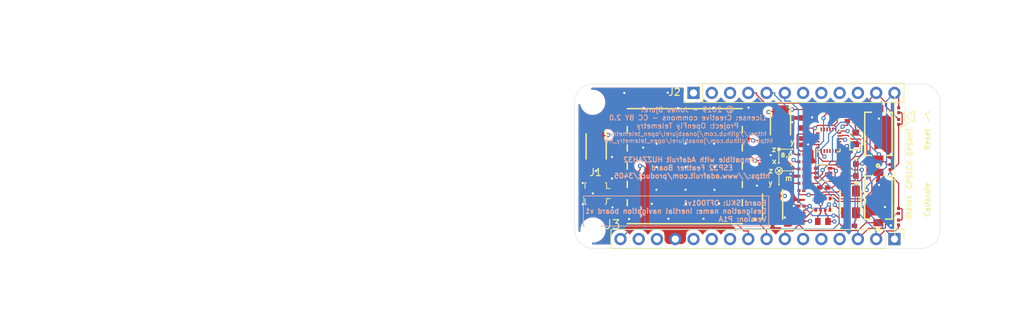
<source format=kicad_pcb>
(kicad_pcb (version 20171130) (host pcbnew "(5.1.4)-1")
  (title_block (title OFT001v1) (date 2019-11-20) (rev "P1A_02 - Prototype manuf.") (company "OpenFly Telemetry") (comment 1 "© 2019 - Jonas Bjurel") (comment 2 "License: Creative commons - CC BY 2.0") (comment 3 https://github.com/jonasbjurel/open_telemetry) (comment 4 https://github.com/jonasbjurel/open_telemetry_HW))
  (layers (0 F.Cu signal hide) (1 InF.GND.Cu power hide) (2 InB.VDD.Cu power hide) (31 B.Cu signal hide) (34 B.Paste user hide) (35 F.Paste user) (36 B.SilkS user hide) (37 F.SilkS user) (38 B.Mask user) (39 F.Mask user) (44 Edge.Cuts user))
  (net 0 "")
  (net 1 +3V3)
  (net 2 GND)
  (net 3 RESET)
  (net 4 UART_1_CLIENT_TXD)
  (net 5 UART_1_CLIENT_RXD)
  (net 6 CALIB)
  (net 7 I2C_1_SCL_3V)
  (net 8 I2C_1_SDA_3V)
  (net 9 INT_0)
  (net 10 I2C_0_SDA_3V)
  (net 11 I2C_0_SCL_3V)
  (net 12 GREEN_LED)
  (net 13 BLUE_LED)
  (net 14 RED_LED)
  (net 15 "Net-(C5-Pad1)")
  (net 16 "Net-(IC1-Pad11)")
  (net 17 "Net-(IC1-Pad8)")
  (net 18 "Net-(IC1-Pad6)")
  (net 19 "Net-(LED1-Pad2)")
  (net 20 "Net-(LED2-Pad2)")
  (net 21 SAT_LOCK)
  (net 22 EXT_ANT)
  (net 23 "Net-(Q1-Pad5)")
  (net 24 "Net-(Q1-Pad2)")
  (net 25 "Net-(R1-Pad2)")
  (net 26 "Net-(LED3-Pad3)")
  (net 27 "Net-(LED3-Pad2)")
  (net 28 "Net-(LED3-Pad1)")
  (net 29 "Net-(R7-Pad2)")
  (net 30 "Net-(IC1-Pad7)")
  (net 31 "Net-(IC1-Pad9)")
  (net 32 "Net-(J2-Pad10)")
  (net 33 "Net-(J2-Pad9)")
  (net 34 "Net-(J2-Pad8)")
  (net 35 "Net-(J2-Pad7)")
  (net 36 "Net-(J2-Pad3)")
  (net 37 "Net-(J2-Pad2)")
  (net 38 "Net-(J2-Pad1)")
  (net 39 "Net-(J3-Pad14)")
  (net 40 "Net-(J3-Pad12)")
  (net 41 "Net-(J3-Pad11)")
  (net 42 "Net-(J3-Pad10)")
  (net 43 "Net-(J3-Pad6)")
  (net 44 "Net-(J3-Pad5)")
  (net 45 "Net-(J3-Pad4)")
  (net 46 "Net-(U2-Pad21)")
  (net 47 "Net-(U2-Pad7)")
  (module Open_Telemetry:RESC0603X26N (layer F.Cu) (at 259.01396 149.63902 90)
    (fp_text reference R20)
    (fp_text value 1k hide)
    (pad 1 smd rect (at -0.34 0 180) (size 0.42 0.44) (layers F.Cu F.Paste F.Mask) (net 7 I2C_1_SCL_3V))
    (pad 2 smd rect (at 0.34 0 180) (size 0.42 0.44) (layers F.Cu F.Paste F.Mask) (net 1 +3V3))
  )
  (module Open_Telemetry:RESC0603X26N (layer F.Cu) (at 259.00634 151.24684 90)
    (fp_text reference R19)
    (fp_text value 1k hide)
    (pad 1 smd rect (at -0.34 0 180) (size 0.42 0.44) (layers F.Cu F.Paste F.Mask) (net 8 I2C_1_SDA_3V))
    (pad 2 smd rect (at 0.34 0 180) (size 0.42 0.44) (layers F.Cu F.Paste F.Mask) (net 1 +3V3))
  )
  (module Open_Telemetry:RESC0603X26N (layer F.Cu) (at 259.02412 137.25434 90)
    (fp_text reference R18 hide)
    (fp_text value 10k hide)
    (pad 1 smd rect (at -0.34 0 180) (size 0.42 0.44) (layers F.Cu F.Paste F.Mask) (net 1 +3V3))
    (pad 2 smd rect (at 0.34 0 180) (size 0.42 0.44) (layers F.Cu F.Paste F.Mask) (net 11 I2C_0_SCL_3V))
  )
  (module Open_Telemetry:RESC0603X26N (layer F.Cu) (at 259.0292 135.62838 90)
    (fp_text reference R17 hide)
    (fp_text value 10k hide)
    (pad 1 smd rect (at -0.34 0 180) (size 0.42 0.44) (layers F.Cu F.Paste F.Mask) (net 1 +3V3))
    (pad 2 smd rect (at 0.34 0 180) (size 0.42 0.44) (layers F.Cu F.Paste F.Mask) (net 10 I2C_0_SDA_3V))
  )
  (module MountingHole:MountingHole_2.2mm_M2 (layer F.Cu) (at 262.23468 152.90546)
    (fp_text reference P4 hide)
    (fp_text value MountingHole_2.2mm_M2)
    (pad "" np_thru_hole circle (at 0 0) (size 2.2 2.2) (drill 2.2) (layers *.Cu *.Mask))
  )
  (module MountingHole:MountingHole_2.2mm_M2 (layer F.Cu) (at 262.27278 133.8707)
    (fp_text reference P3 hide)
    (fp_text value MountingHole_2.2mm_M2)
    (pad "" np_thru_hole circle (at 0 0) (size 2.2 2.2) (drill 2.2) (layers *.Cu *.Mask))
  )
  (module MountingHole:MountingHole_2.5mm (layer F.Cu) (at 216.535 152.28062)
    (fp_text reference P2 hide)
    (fp_text value MountingHole_2.5mm)
    (pad "" np_thru_hole circle (at 0 0) (size 2.5 2.5) (drill 2.5) (layers *.Cu *.Mask))
  )
  (module MountingHole:MountingHole_2.5mm (layer F.Cu) (at 216.4842 134.52856)
    (fp_text reference P1 hide)
    (fp_text value MountingHole_2.5mm)
    (pad "" np_thru_hole circle (at 0 0) (size 2.5 2.5) (drill 2.5) (layers *.Cu *.Mask))
  )
  (module Open_Telemetry:KSR (layer F.Cu) (at 256.21488 147.76958 90)
    (fp_text reference S2)
    (fp_text value CALIB hide)
    (pad 1 smd rect (at -3.5 0 90) (size 1 1.4) (layers F.Cu F.Paste F.Mask) (net 6 CALIB))
    (pad 2 smd rect (at 3.5 0 90) (size 1 1.4) (layers F.Cu F.Paste F.Mask) (net 2 GND))
  )
  (module Open_Telemetry:KSR (layer F.Cu) (at 256.21488 138.90752 90)
    (fp_text reference S1)
    (fp_text value RST hide)
    (pad 1 smd rect (at -3.5 0 90) (size 1 1.4) (layers F.Cu F.Paste F.Mask) (net 3 RESET))
    (pad 2 smd rect (at 3.5 0 90) (size 1 1.4) (layers F.Cu F.Paste F.Mask) (net 2 GND))
  )
  (module Open_Telemetry:RESC0603X26N (layer F.Cu) (at 245.5 141.8 180)
    (fp_text reference R8)
    (fp_text value 10k hide)
    (pad 1 smd rect (at -0.34 0 270) (size 0.42 0.44) (layers F.Cu F.Paste F.Mask) (net 29 "Net-(R7-Pad2)"))
    (pad 2 smd rect (at 0.34 0 270) (size 0.42 0.44) (layers F.Cu F.Paste F.Mask) (net 2 GND))
  )
  (module Open_Telemetry:Bosch_LGA-8_2x2.5mm_P0.65mm_ClockwisePinNumbering (layer F.Cu) (at 248.5 148.7)
    (fp_text reference U1)
    (fp_text value BME280)
    (pad 8 smd rect (at -0.975 0.8 90) (size 0.5 0.35) (layers F.Cu F.Paste F.Mask) (net 1 +3V3))
    (pad 2 smd rect (at -0.325 -0.8 90) (size 0.5 0.35) (layers F.Cu F.Paste F.Mask) (net 1 +3V3))
    (pad 3 smd rect (at 0.325 -0.8 90) (size 0.5 0.35) (layers F.Cu F.Paste F.Mask) (net 10 I2C_0_SDA_3V))
    (pad 4 smd rect (at 0.975 -0.8 90) (size 0.5 0.35) (layers F.Cu F.Paste F.Mask) (net 11 I2C_0_SCL_3V))
    (pad 7 smd rect (at -0.325 0.8 90) (size 0.5 0.35) (layers F.Cu F.Paste F.Mask) (net 2 GND))
    (pad 6 smd rect (at 0.325 0.8 90) (size 0.5 0.35) (layers F.Cu F.Paste F.Mask) (net 1 +3V3))
    (pad 5 smd rect (at 0.975 0.8 90) (size 0.5 0.35) (layers F.Cu F.Paste F.Mask) (net 25 "Net-(R1-Pad2)"))
    (pad 1 smd rect (at -0.975 -0.8 90) (size 0.5 0.35) (layers F.Cu F.Paste F.Mask) (net 2 GND))
  )
  (module Open_Telemetry:U.FL_Molex_MCRF_73412-0110_Vertical (layer F.Cu) (at 216.916 147.218 90)
    (fp_text reference J1 (at 2.946 -0.0254 180) (layer F.SilkS))
    (fp_text value "Ext GPS antenna connector")
    (pad 1 smd rect (at 0 1.5 90) (size 1 1) (layers F.Cu F.Paste F.Mask) (net 16 "Net-(IC1-Pad11)"))
    (pad 2 smd rect (at 0 -1.5 90) (size 1 1) (layers F.Cu F.Paste F.Mask) (net 2 GND))
    (pad 2 smd rect (at 1.475 0 90) (size 1.05 2.2) (layers F.Cu F.Paste F.Mask) (net 2 GND))
    (pad 2 smd rect (at -1.475 0 90) (size 1.05 2.2) (layers F.Cu F.Paste F.Mask) (net 2 GND))
  )
  (module Open_Telemetry:L80-M39 (layer F.Cu) (at 221.539 138.328)
    (fp_text reference IC1)
    (fp_text value L80-M39 hide)
    (pad 1 smd rect (at 15.5 11.43 90) (size 1 2.5) (layers F.Cu F.Paste F.Mask) (net 5 UART_1_CLIENT_RXD))
    (pad 2 smd rect (at 15.5 8.89 90) (size 1 2.5) (layers F.Cu F.Paste F.Mask) (net 4 UART_1_CLIENT_TXD))
    (pad 3 smd rect (at 15.5 6.35 90) (size 1 2.5) (layers F.Cu F.Paste F.Mask) (net 2 GND))
    (pad 4 smd rect (at 15.5 3.81 90) (size 1 2.5) (layers F.Cu F.Paste F.Mask) (net 1 +3V3))
    (pad 5 smd rect (at 15.5 1.27 90) (size 1 2.5) (layers F.Cu F.Paste F.Mask) (net 1 +3V3))
    (pad 6 smd rect (at 15.5 -1.27 90) (size 1 2.5) (layers F.Cu F.Paste F.Mask) (net 18 "Net-(IC1-Pad6)"))
    (pad 7 smd rect (at 0 -1.27 90) (size 1 2.5) (layers F.Cu F.Paste F.Mask) (net 30 "Net-(IC1-Pad7)"))
    (pad 8 smd rect (at 0 1.27 90) (size 1 2.5) (layers F.Cu F.Paste F.Mask) (net 17 "Net-(IC1-Pad8)"))
    (pad 9 smd rect (at 0 3.81 90) (size 1 2.5) (layers F.Cu F.Paste F.Mask) (net 31 "Net-(IC1-Pad9)"))
    (pad 10 smd rect (at 0 6.35 90) (size 1 2.5) (layers F.Cu F.Paste F.Mask) (net 3 RESET))
    (pad 11 smd rect (at 0 8.89 90) (size 1 2.5) (layers F.Cu F.Paste F.Mask) (net 16 "Net-(IC1-Pad11)"))
    (pad 12 smd rect (at 0 11.43 90) (size 1 2.5) (layers F.Cu F.Paste F.Mask) (net 2 GND))
  )
  (module Open_Telemetry:RESC1005X40N (layer F.Cu) (at 248.42 135.56)
    (fp_text reference R12)
    (fp_text value 62 hide)
    (pad 1 smd rect (at -0.55 0 90) (size 0.6 0.75) (layers F.Cu F.Paste F.Mask) (net 13 BLUE_LED))
    (pad 2 smd rect (at 0.55 0 90) (size 0.6 0.75) (layers F.Cu F.Paste F.Mask) (net 26 "Net-(LED3-Pad3)"))
  )
  (module Open_Telemetry:RESC1005X40N (layer F.Cu) (at 248.59742 146.39036)
    (fp_text reference R14)
    (fp_text value 130 hide)
    (pad 1 smd rect (at -0.55 0 90) (size 0.6 0.75) (layers F.Cu F.Paste F.Mask) (net 14 RED_LED))
    (pad 2 smd rect (at 0.55 0 90) (size 0.6 0.75) (layers F.Cu F.Paste F.Mask) (net 28 "Net-(LED3-Pad1)"))
  )
  (module Open_Telemetry:RESC0603X26N (layer F.Cu) (at 245.5 151.05 180)
    (fp_text reference R16)
    (fp_text value 10k hide)
    (pad 1 smd rect (at -0.34 0 270) (size 0.42 0.44) (layers F.Cu F.Paste F.Mask) (net 1 +3V3))
    (pad 2 smd rect (at 0.34 0 270) (size 0.42 0.44) (layers F.Cu F.Paste F.Mask) (net 6 CALIB))
  )
  (module Open_Telemetry:RESC0603X26N (layer F.Cu) (at 257.84 143.53 90)
    (fp_text reference R15)
    (fp_text value 10k hide)
    (pad 1 smd rect (at -0.34 0 180) (size 0.42 0.44) (layers F.Cu F.Paste F.Mask) (net 1 +3V3))
    (pad 2 smd rect (at 0.34 0 180) (size 0.42 0.44) (layers F.Cu F.Paste F.Mask) (net 3 RESET))
  )
  (module Open_Telemetry:RESC1005X40N (layer F.Cu) (at 252.32 151.7)
    (fp_text reference R13)
    (fp_text value 62 hide)
    (pad 1 smd rect (at -0.55 0 90) (size 0.6 0.75) (layers F.Cu F.Paste F.Mask) (net 12 GREEN_LED))
    (pad 2 smd rect (at 0.55 0 90) (size 0.6 0.75) (layers F.Cu F.Paste F.Mask) (net 27 "Net-(LED3-Pad2)"))
  )
  (module Open_Telemetry:RESC1005X40N (layer F.Cu) (at 251.25 144.1 270)
    (fp_text reference R11)
    (fp_text value 62 hide)
    (pad 1 smd rect (at -0.55 0) (size 0.6 0.75) (layers F.Cu F.Paste F.Mask) (net 21 SAT_LOCK))
    (pad 2 smd rect (at 0.55 0) (size 0.6 0.75) (layers F.Cu F.Paste F.Mask) (net 20 "Net-(LED2-Pad2)"))
  )
  (module Open_Telemetry:RESC0603X26N (layer F.Cu) (at 250.83 135.37)
    (fp_text reference R9)
    (fp_text value 10k hide)
    (pad 1 smd rect (at -0.34 0 90) (size 0.42 0.44) (layers F.Cu F.Paste F.Mask) (net 1 +3V3))
    (pad 2 smd rect (at 0.34 0 90) (size 0.42 0.44) (layers F.Cu F.Paste F.Mask) (net 9 INT_0))
  )
  (module Open_Telemetry:RESC0603X26N (layer F.Cu) (at 245.5 145.8)
    (fp_text reference R6)
    (fp_text value 1k hide)
    (pad 1 smd rect (at -0.34 0 90) (size 0.42 0.44) (layers F.Cu F.Paste F.Mask) (net 17 "Net-(IC1-Pad8)"))
    (pad 2 smd rect (at 0.34 0 90) (size 0.42 0.44) (layers F.Cu F.Paste F.Mask) (net 23 "Net-(Q1-Pad5)"))
  )
  (module Open_Telemetry:RESC0603X26N (layer F.Cu) (at 245.5 146.8)
    (fp_text reference R5)
    (fp_text value 100k hide)
    (pad 1 smd rect (at -0.34 0 90) (size 0.42 0.44) (layers F.Cu F.Paste F.Mask) (net 1 +3V3))
    (pad 2 smd rect (at 0.34 0 90) (size 0.42 0.44) (layers F.Cu F.Paste F.Mask) (net 23 "Net-(Q1-Pad5)"))
  )
  (module Open_Telemetry:RESC0603X26N (layer F.Cu) (at 245.5 144.8)
    (fp_text reference R3)
    (fp_text value 100k hide)
    (pad 1 smd rect (at -0.34 0 90) (size 0.42 0.44) (layers F.Cu F.Paste F.Mask) (net 2 GND))
    (pad 2 smd rect (at 0.34 0 90) (size 0.42 0.44) (layers F.Cu F.Paste F.Mask) (net 24 "Net-(Q1-Pad2)"))
  )
  (module Open_Telemetry:RESC0603X26N (layer F.Cu) (at 245.5 143.8)
    (fp_text reference R2)
    (fp_text value 1k hide)
    (pad 1 smd rect (at -0.34 0 90) (size 0.42 0.44) (layers F.Cu F.Paste F.Mask) (net 18 "Net-(IC1-Pad6)"))
    (pad 2 smd rect (at 0.34 0 90) (size 0.42 0.44) (layers F.Cu F.Paste F.Mask) (net 24 "Net-(Q1-Pad2)"))
  )
  (module Open_Telemetry:RESC0603X26N (layer F.Cu) (at 245.5 150)
    (fp_text reference R1)
    (fp_text value 10k hide)
    (pad 1 smd rect (at -0.34 0 90) (size 0.42 0.44) (layers F.Cu F.Paste F.Mask) (net 1 +3V3))
    (pad 2 smd rect (at 0.34 0 90) (size 0.42 0.44) (layers F.Cu F.Paste F.Mask) (net 25 "Net-(R1-Pad2)"))
  )
  (module Open_Telemetry:CAPC1005X55N (layer F.Cu) (at 245.5 140 270)
    (fp_text reference C5)
    (fp_text value 100nF hide)
    (pad 1 smd rect (at -0.44 0) (size 0.62 0.65) (layers F.Cu F.Paste F.Mask) (net 15 "Net-(C5-Pad1)"))
    (pad 2 smd rect (at 0.44 0) (size 0.62 0.65) (layers F.Cu F.Paste F.Mask) (net 2 GND))
  )
  (module Open_Telemetry:PinHeader_1x12_P2.54mm_Vertical_Down (layer F.Cu) (at 230.505 133.223 90)
    (fp_text reference J2 (at 0.1016 -2.6416 180) (layer F.SilkS))
    (fp_text value PinHeader_01x12)
    (pad 12 thru_hole oval (at 0 27.94 90) (size 1.7 1.7) (drill 1) (layers *.Cu *.Mask) (net 10 I2C_0_SDA_3V))
    (pad 11 thru_hole oval (at 0 25.4 90) (size 1.7 1.7) (drill 1) (layers *.Cu *.Mask) (net 11 I2C_0_SCL_3V))
    (pad 10 thru_hole oval (at 0 22.86 90) (size 1.7 1.7) (drill 1) (layers *.Cu *.Mask) (net 32 "Net-(J2-Pad10)"))
    (pad 9 thru_hole oval (at 0 20.32 90) (size 1.7 1.7) (drill 1) (layers *.Cu *.Mask) (net 33 "Net-(J2-Pad9)"))
    (pad 8 thru_hole oval (at 0 17.78 90) (size 1.7 1.7) (drill 1) (layers *.Cu *.Mask) (net 34 "Net-(J2-Pad8)"))
    (pad 7 thru_hole oval (at 0 15.24 90) (size 1.7 1.7) (drill 1) (layers *.Cu *.Mask) (net 35 "Net-(J2-Pad7)"))
    (pad 6 thru_hole oval (at 0 12.7 90) (size 1.7 1.7) (drill 1) (layers *.Cu *.Mask) (net 12 GREEN_LED))
    (pad 5 thru_hole oval (at 0 10.16 90) (size 1.7 1.7) (drill 1) (layers *.Cu *.Mask) (net 13 BLUE_LED))
    (pad 4 thru_hole oval (at 0 7.62 90) (size 1.7 1.7) (drill 1) (layers *.Cu *.Mask) (net 14 RED_LED))
    (pad 3 thru_hole oval (at 0 5.08 90) (size 1.7 1.7) (drill 1) (layers *.Cu *.Mask) (net 36 "Net-(J2-Pad3)"))
    (pad 2 thru_hole oval (at 0 2.54 90) (size 1.7 1.7) (drill 1) (layers *.Cu *.Mask) (net 37 "Net-(J2-Pad2)"))
    (pad 1 thru_hole rect (at 0 0 90) (size 1.7 1.7) (drill 1) (layers *.Cu *.Mask) (net 38 "Net-(J2-Pad1)"))
  )
  (module Open_Telemetry:PinHeader_1x16_P2.54mm_Vertical_Down (layer F.Cu) (at 258.445 153.543 270)
    (fp_text reference J3 (at -2.01676 39.17696) (layer F.SilkS) (effects (font (size 1.25 1.25))))
    (fp_text value PinHeader_01x16)
    (pad 16 thru_hole oval (at 0 38.1 270) (size 1.7 1.7) (drill 1) (layers *.Cu *.Mask) (net 3 RESET))
    (pad 15 thru_hole oval (at 0 35.56 270) (size 1.7 1.7) (drill 1) (layers *.Cu *.Mask) (net 1 +3V3))
    (pad 14 thru_hole oval (at 0 33.02 270) (size 1.7 1.7) (drill 1) (layers *.Cu *.Mask) (net 39 "Net-(J3-Pad14)"))
    (pad 13 thru_hole oval (at 0 30.48 270) (size 1.7 1.7) (drill 1) (layers *.Cu *.Mask) (net 2 GND))
    (pad 12 thru_hole oval (at 0 27.94 270) (size 1.7 1.7) (drill 1) (layers *.Cu *.Mask) (net 40 "Net-(J3-Pad12)"))
    (pad 11 thru_hole oval (at 0 25.4 270) (size 1.7 1.7) (drill 1) (layers *.Cu *.Mask) (net 41 "Net-(J3-Pad11)"))
    (pad 10 thru_hole oval (at 0 22.86 270) (size 1.7 1.7) (drill 1) (layers *.Cu *.Mask) (net 42 "Net-(J3-Pad10)"))
    (pad 9 thru_hole oval (at 0 20.32 270) (size 1.7 1.7) (drill 1) (layers *.Cu *.Mask) (net 4 UART_1_CLIENT_TXD))
    (pad 8 thru_hole oval (at 0 17.78 270) (size 1.7 1.7) (drill 1) (layers *.Cu *.Mask) (net 5 UART_1_CLIENT_RXD))
    (pad 7 thru_hole oval (at 0 15.24 270) (size 1.7 1.7) (drill 1) (layers *.Cu *.Mask) (net 6 CALIB))
    (pad 6 thru_hole oval (at 0 12.7 270) (size 1.7 1.7) (drill 1) (layers *.Cu *.Mask) (net 43 "Net-(J3-Pad6)"))
    (pad 5 thru_hole oval (at 0 10.16 270) (size 1.7 1.7) (drill 1) (layers *.Cu *.Mask) (net 44 "Net-(J3-Pad5)"))
    (pad 4 thru_hole oval (at 0 7.62 270) (size 1.7 1.7) (drill 1) (layers *.Cu *.Mask) (net 45 "Net-(J3-Pad4)"))
    (pad 3 thru_hole oval (at 0 5.08 270) (size 1.7 1.7) (drill 1) (layers *.Cu *.Mask) (net 7 I2C_1_SCL_3V))
    (pad 2 thru_hole oval (at 0 2.54 270) (size 1.7 1.7) (drill 1) (layers *.Cu *.Mask) (net 8 I2C_1_SDA_3V))
    (pad 1 thru_hole rect (at 0 0 270) (size 1.7 1.7) (drill 1) (layers *.Cu *.Mask) (net 9 INT_0))
  )
  (module CAPPM3528X210N (layer F.Cu) (at 241.5 149.03 270)
    (fp_text reference C6)
    (fp_text value 10uF hide)
    (pad 2 smd rect (at 1.5 0 270) (size 1.7 2.25) (layers F.Cu F.Paste F.Mask) (net 2 GND))
    (pad 1 smd rect (at -1.5 0 270) (size 1.7 2.25) (layers F.Cu F.Paste F.Mask) (net 1 +3V3))
  )
  (module CAPPM3528X210N (layer F.Cu) (at 242.6 137.3 270)
    (fp_text reference C7)
    (fp_text value 10uF hide)
    (pad 1 smd rect (at -1.5 0 270) (size 1.7 2.25) (layers F.Cu F.Paste F.Mask) (net 1 +3V3))
    (pad 2 smd rect (at 1.5 0 270) (size 1.7 2.25) (layers F.Cu F.Paste F.Mask) (net 2 GND))
  )
  (module CAPPM3528X210N (layer F.Cu) (at 216.967 140.665 270)
    (fp_text reference C8)
    (fp_text value 10uF hide)
    (pad 2 smd rect (at 1.5 0 270) (size 1.7 2.25) (layers F.Cu F.Paste F.Mask) (net 2 GND))
    (pad 1 smd rect (at -1.5 0 270) (size 1.7 2.25) (layers F.Cu F.Paste F.Mask) (net 1 +3V3))
  )
  (module Open_Telemetry:LEDC1608X65N (layer F.Cu) (at 253.06 139.548 90)
    (fp_text reference LED1)
    (fp_text value "EXT ANT" hide)
    (pad 2 smd rect (at 0.8 0 90) (size 0.85 0.95) (layers F.Cu F.Paste F.Mask) (net 19 "Net-(LED1-Pad2)"))
    (pad 1 smd rect (at -0.8 0 90) (size 0.85 0.95) (layers F.Cu F.Paste F.Mask) (net 2 GND))
  )
  (module Open_Telemetry:SMLD15YWT86 (layer F.Cu) (at 253.086 143.942)
    (fp_text reference LED2)
    (fp_text value "GPS LCK" hide)
    (pad 2 smd rect (at 0 0.825 90) (size 0.8 0.8) (layers F.Cu F.Paste F.Mask) (net 20 "Net-(LED2-Pad2)"))
    (pad 1 smd rect (at 0 -0.825 90) (size 0.8 0.8) (layers F.Cu F.Paste F.Mask) (net 2 GND))
  )
  (module Package_TO_SOT_SMD:SOT-363_SC-70-6 (layer F.Cu) (at 248.53 144.36)
    (fp_text reference Q1)
    (fp_text value BC846BPN)
    (pad 1 smd rect (at -0.95 -0.65) (size 0.65 0.4) (layers F.Cu F.Paste F.Mask) (net 21 SAT_LOCK))
    (pad 3 smd rect (at -0.95 0.65) (size 0.65 0.4) (layers F.Cu F.Paste F.Mask) (net 22 EXT_ANT))
    (pad 5 smd rect (at 0.95 0) (size 0.65 0.4) (layers F.Cu F.Paste F.Mask) (net 23 "Net-(Q1-Pad5)"))
    (pad 2 smd rect (at -0.95 0) (size 0.65 0.4) (layers F.Cu F.Paste F.Mask) (net 24 "Net-(Q1-Pad2)"))
    (pad 4 smd rect (at 0.95 0.65) (size 0.65 0.4) (layers F.Cu F.Paste F.Mask) (net 1 +3V3))
    (pad 6 smd rect (at 0.95 -0.65) (size 0.65 0.4) (layers F.Cu F.Paste F.Mask) (net 1 +3V3))
  )
  (module RESC0603X26N (layer F.Cu) (at 245.5 148.95)
    (fp_text reference R4)
    (fp_text value NULL hide)
    (pad 2 smd rect (at 0.34 0 90) (size 0.42 0.44) (layers F.Cu F.Paste F.Mask) (net 25 "Net-(R1-Pad2)"))
    (pad 1 smd rect (at -0.34 0 90) (size 0.42 0.44) (layers F.Cu F.Paste F.Mask) (net 2 GND))
  )
  (module RESC0603X26N (layer F.Cu) (at 245.5 142.8)
    (fp_text reference R7)
    (fp_text value NULL hide)
    (pad 1 smd rect (at -0.34 0 90) (size 0.42 0.44) (layers F.Cu F.Paste F.Mask) (net 1 +3V3))
    (pad 2 smd rect (at 0.34 0 90) (size 0.42 0.44) (layers F.Cu F.Paste F.Mask) (net 29 "Net-(R7-Pad2)"))
  )
  (module Open_Telemetry:3DInvenSense_QFN-24_3x3mm_P0.4mm (layer F.Cu) (at 249.276 139.802 270)
    (fp_text reference U2)
    (fp_text value MPU-9250)
    (pad 24 smd roundrect (at -1 -1.5) (size 0.55 0.2) (layers F.Cu F.Paste F.Mask) (net 8 I2C_1_SDA_3V))
    (pad 23 smd roundrect (at -0.6 -1.5) (size 0.55 0.2) (layers F.Cu F.Paste F.Mask) (net 7 I2C_1_SCL_3V))
    (pad 22 smd roundrect (at -0.2 -1.5) (size 0.55 0.2) (layers F.Cu F.Paste F.Mask) (net 1 +3V3))
    (pad 21 smd roundrect (at 0.2 -1.5) (size 0.55 0.2) (layers F.Cu F.Paste F.Mask) (net 46 "Net-(U2-Pad21)"))
    (pad 20 smd roundrect (at 0.6 -1.5) (size 0.55 0.2) (layers F.Cu F.Paste F.Mask) (net 2 GND))
    (pad 19 smd roundrect (at 1 -1.5) (size 0.55 0.2) (layers F.Cu F.Paste F.Mask))
    (pad 18 smd roundrect (at 1.5 -1 270) (size 0.55 0.2) (layers F.Cu F.Paste F.Mask) (net 2 GND))
    (pad 17 smd roundrect (at 1.5 -0.6 270) (size 0.55 0.2) (layers F.Cu F.Paste F.Mask))
    (pad 16 smd roundrect (at 1.5 -0.2 270) (size 0.55 0.2) (layers F.Cu F.Paste F.Mask))
    (pad 15 smd roundrect (at 1.5 0.2 270) (size 0.55 0.2) (layers F.Cu F.Paste F.Mask))
    (pad 14 smd roundrect (at 1.5 0.6 270) (size 0.55 0.2) (layers F.Cu F.Paste F.Mask))
    (pad 13 smd roundrect (at 1.5 1 270) (size 0.55 0.2) (layers F.Cu F.Paste F.Mask) (net 1 +3V3))
    (pad 12 smd roundrect (at 1 1.5) (size 0.55 0.2) (layers F.Cu F.Paste F.Mask) (net 9 INT_0))
    (pad 11 smd roundrect (at 0.6 1.5) (size 0.55 0.2) (layers F.Cu F.Paste F.Mask) (net 2 GND))
    (pad 10 smd roundrect (at 0.2 1.5) (size 0.55 0.2) (layers F.Cu F.Paste F.Mask) (net 15 "Net-(C5-Pad1)"))
    (pad 9 smd roundrect (at -0.2 1.5) (size 0.55 0.2) (layers F.Cu F.Paste F.Mask) (net 29 "Net-(R7-Pad2)"))
    (pad 8 smd roundrect (at -0.6 1.5) (size 0.55 0.2) (layers F.Cu F.Paste F.Mask) (net 1 +3V3))
    (pad 7 smd roundrect (at -1 1.5) (size 0.55 0.2) (layers F.Cu F.Paste F.Mask) (net 47 "Net-(U2-Pad7)"))
    (pad 6 smd roundrect (at -1.5 1 270) (size 0.55 0.2) (layers F.Cu F.Paste F.Mask))
    (pad 5 smd roundrect (at -1.5 0.6 270) (size 0.55 0.2) (layers F.Cu F.Paste F.Mask))
    (pad 4 smd roundrect (at -1.5 0.2 270) (size 0.55 0.2) (layers F.Cu F.Paste F.Mask))
    (pad 3 smd roundrect (at -1.5 -0.2 270) (size 0.55 0.2) (layers F.Cu F.Paste F.Mask))
    (pad 2 smd roundrect (at -1.5 -0.6 270) (size 0.55 0.2) (layers F.Cu F.Paste F.Mask))
    (pad 1 smd roundrect (at -1.5 -1 270) (size 0.55 0.2) (layers F.Cu F.Paste F.Mask) (net 1 +3V3))
  )
  (module Open_Telemetry:CAPC1608X87N (layer F.Cu) (at 248.49 151.1 180)
    (fp_text reference C1)
    (fp_text value 10nF hide)
    (pad 2 smd rect (at 0.7 0 180) (size 0.78 0.98) (layers F.Cu F.Paste F.Mask) (net 2 GND))
    (pad 1 smd rect (at -0.7 0 180) (size 0.78 0.98) (layers F.Cu F.Paste F.Mask) (net 1 +3V3))
  )
  (module Open_Telemetry:CAPC1608X87N (layer F.Cu) (at 245.5 137.4 90)
    (fp_text reference C2)
    (fp_text value 10nF hide)
    (pad 1 smd rect (at -0.7 0 90) (size 0.78 0.98) (layers F.Cu F.Paste F.Mask) (net 1 +3V3))
    (pad 2 smd rect (at 0.7 0 90) (size 0.78 0.98) (layers F.Cu F.Paste F.Mask) (net 2 GND))
  )
  (module Open_Telemetry:CAPC1608X87N (layer F.Cu) (at 240 141.2 270)
    (fp_text reference C3)
    (fp_text value 10nF hide)
    (pad 1 smd rect (at -0.7 0 270) (size 0.78 0.98) (layers F.Cu F.Paste F.Mask) (net 1 +3V3))
    (pad 2 smd rect (at 0.7 0 270) (size 0.78 0.98) (layers F.Cu F.Paste F.Mask) (net 2 GND))
  )
  (module Open_Telemetry:CAPC1608X87N (layer F.Cu) (at 240 144 270)
    (fp_text reference C4)
    (fp_text value 10nF hide)
    (pad 2 smd rect (at 0.7 0 270) (size 0.78 0.98) (layers F.Cu F.Paste F.Mask) (net 2 GND))
    (pad 1 smd rect (at -0.7 0 270) (size 0.78 0.98) (layers F.Cu F.Paste F.Mask) (net 1 +3V3))
  )
  (module Open_Telemetry:AVAGO_PLCC4 (layer F.Cu) (at 252.34 148.38 180)
    (fp_text reference LED3)
    (fp_text value "System Status" hide)
    (pad 4 smd rect (at 0.75 1.5 180) (size 1.1 1.5) (layers F.Cu F.Paste F.Mask) (net 1 +3V3))
    (pad 3 smd rect (at 0.75 -1.5 180) (size 1.1 1.5) (layers F.Cu F.Paste F.Mask) (net 26 "Net-(LED3-Pad3)"))
    (pad 2 smd rect (at -0.75 -1.5 180) (size 1.1 1.5) (layers F.Cu F.Paste F.Mask) (net 27 "Net-(LED3-Pad2)"))
    (pad 1 smd rect (at -0.75 1.5 180) (size 1.1 1.5) (layers F.Cu F.Paste F.Mask) (net 28 "Net-(LED3-Pad1)"))
  )
  (module Open_Telemetry:RESC1005X40N (layer F.Cu) (at 252.45 137.15)
    (fp_text reference R10)
    (fp_text value 62 hide)
    (pad 2 smd rect (at 0.55 0 90) (size 0.6 0.75) (layers F.Cu F.Paste F.Mask) (net 19 "Net-(LED1-Pad2)"))
    (pad 1 smd rect (at -0.55 0 90) (size 0.6 0.75) (layers F.Cu F.Paste F.Mask) (net 22 EXT_ANT))
  )
  (gr_line (start 215.18118 151.73452) (end 220.40088 151.73452) (layer B.SilkS) (width 0.12))
  (gr_line (start 215.18118 151.7269) (end 215.18118 151.73452) (layer B.SilkS) (width 0.12))
  (gr_line (start 215.19896 147.55114) (end 215.18118 151.7269) (layer B.SilkS) (width 0.12))
  (gr_line (start 220.32214 147.55114) (end 215.19896 147.55114) (layer B.SilkS) (width 0.12))
  (gr_line (start 242.73256 143.74622) (end 242.71986 143.75384) (layer F.SilkS) (width 0.12))
  (gr_line (start 241.97564 144.34312) (end 242.73256 143.74622) (layer F.SilkS) (width 0.12))
  (gr_line (start 242.05946 143.67764) (end 242.72748 144.42694) (layer F.SilkS) (width 0.12))
  (gr_circle (center 242.381209 144.06372) (end 242.056089 143.6878) (layer F.SilkS) (width 0.12))
  (gr_text m (at 243.74348 145.08988) (layer F.SilkS) (effects (font (size 0.75 0.75))))
  (gr_text y (at 241.21618 145.72488) (layer F.SilkS) (effects (font (size 0.75 0.75))))
  (gr_text z (at 241.2492 144.02308) (layer F.SilkS) (effects (font (size 0.75 0.75))))
  (gr_text x (at 244.25148 143.01724) (layer F.SilkS) (effects (font (size 0.75 0.75))))
  (gr_line (start 242.44554 145.923) (end 242.38712 146.04746) (layer F.SilkS) (width 0.12))
  (gr_line (start 244.27942 143.99768) (end 244.40388 144.0561) (layer F.SilkS) (width 0.12))
  (gr_line (start 244.27688 144.13484) (end 244.27942 143.99768) (layer F.SilkS) (width 0.12))
  (gr_line (start 242.38458 146.06016) (end 242.30838 145.92046) (layer F.SilkS) (width 0.12))
  (gr_line (start 242.30838 145.92046) (end 242.44554 145.923) (layer F.SilkS) (width 0.12))
  (gr_line (start 244.41658 144.05864) (end 244.27688 144.13484) (layer F.SilkS) (width 0.12))
  (gr_line (start 242.38204 144.05864) (end 242.38458 146.06016) (layer F.SilkS) (width 0.12))
  (gr_line (start 242.3668 144.06118) (end 244.36832 144.05864) (layer F.SilkS) (width 0.12))
  (gr_text a,g (at 243.459 141.75994) (layer F.SilkS) (effects (font (size 0.75 0.75))))
  (gr_text z (at 241.70132 141.04874) (layer F.SilkS) (effects (font (size 0.75 0.75))))
  (gr_text x (at 241.72926 142.71498) (layer F.SilkS) (effects (font (size 0.75 0.75))))
  (gr_text y (at 244.23624 140.00988) (layer F.SilkS) (effects (font (size 0.75 0.75))))
  (gr_circle (center 242.3795 141.04874) (end 242.38458 140.93444) (layer F.SilkS) (width 0.12))
  (gr_circle (center 242.3795 141.06652) (end 242.17376 141.01318) (layer F.SilkS) (width 0.12))
  (gr_line (start 242.4303 142.91564) (end 242.37188 143.0401) (layer F.SilkS) (width 0.12))
  (gr_line (start 242.29314 142.9131) (end 242.4303 142.91564) (layer F.SilkS) (width 0.12))
  (gr_line (start 242.3668 141.05128) (end 242.36934 143.0528) (layer F.SilkS) (width 0.12))
  (gr_line (start 242.36934 143.0528) (end 242.29314 142.9131) (layer F.SilkS) (width 0.12))
  (gr_line (start 244.21592 140.99032) (end 244.34038 141.04874) (layer F.SilkS) (width 0.12))
  (gr_line (start 244.21338 141.12748) (end 244.21592 140.99032) (layer F.SilkS) (width 0.12))
  (gr_line (start 244.35308 141.05128) (end 244.21338 141.12748) (layer F.SilkS) (width 0.12))
  (gr_line (start 242.35156 141.05382) (end 244.35308 141.05128) (layer F.SilkS) (width 0.12))
  (gr_text "Compatible with Adafruit HUZZAH32\nESP32 Feather Board\nhttps://www.adafruit.com/product/3405" (at 230.3018 143.637) (layer B.SilkS) (effects (font (size 0.7 0.7)) (justify mirror)))
  (gr_text "https://github.com/jonasbjurel/open_telemetry\nhttps://github.com/jonasbjurel/open_telemetry_HW" (at 229.7938 139.3952) (layer B.SilkS) (effects (font (size 0.6 0.6) (thickness 0.1)) (justify mirror)))
  (gr_line (start 220.3196 147.5486) (end 240.9698 147.5486) (layer B.SilkS) (width 0.12))
  (gr_line (start 240.9698 151.7396) (end 220.345 151.7396) (layer B.SilkS) (width 0.12))
  (gr_line (start 240.9698 147.5486) (end 240.9698 151.7396) (layer B.SilkS) (width 0.12))
  (gr_text "Board SKU: OFT001v1\nDesignation name: Inertial navigation board v1\nVersion: P1A" (at 240.7412 149.6568) (layer B.SilkS) (effects (font (size 0.7 0.7)) (justify left mirror)))
  (gr_text "© 2019 - Jonas Bjurel\nLicense: Creative commons - CC BY 2.0\nProject: OpenFly Telemetry" (at 229.6922 136.6774) (layer B.SilkS) (effects (font (size 0.7 0.7) (thickness 0.125)) (justify mirror)))
  (gr_line (start 263.271 135.9916) (end 263.271 135.636) (layer F.SilkS) (width 0.12))
  (gr_line (start 262.763 136.144) (end 262.8138 136.2456) (layer F.SilkS) (width 0.12))
  (gr_line (start 262.9408 136.0424) (end 262.7376 136.1186) (layer F.SilkS) (width 0.12))
  (gr_line (start 262.8138 136.2456) (end 262.9408 136.0424) (layer F.SilkS) (width 0.12))
  (gr_line (start 263.271 137.033) (end 262.8138 136.2456) (layer F.SilkS) (width 0.12))
  (gr_line (start 263.271 137.287) (end 263.271 137.033) (layer F.SilkS) (width 0.12))
  (gr_text GPSANT (at 260.58622 140.07592 90) (layer F.SilkS) (effects (font (size 0.7 0.7))))
  (gr_text GPSLCK (at 260.56082 144.59712 90) (layer F.SilkS) (effects (font (size 0.7 0.7))))
  (gr_line (start 259.29082 137.89152) (end 259.44322 138.06932) (layer F.SilkS) (width 0.12))
  (gr_line (start 259.18922 138.19632) (end 259.29082 137.89152) (layer F.SilkS) (width 0.12))
  (gr_line (start 259.46862 138.06932) (end 259.18922 138.19632) (layer F.SilkS) (width 0.12))
  (gr_line (start 259.77342 137.58672) (end 259.26542 138.09472) (layer F.SilkS) (width 0.12))
  (gr_line (start 259.74802 137.86612) (end 259.77342 137.58672) (layer F.SilkS) (width 0.12))
  (gr_line (start 260.45922 137.23112) (end 259.74802 137.86612) (layer F.SilkS) (width 0.12))
  (gr_line (start 259.87502 137.28192) (end 259.87502 135.70712) (layer F.SilkS) (width 0.12))
  (gr_line (start 259.90042 136.49452) (end 261.19582 137.25652) (layer F.SilkS) (width 0.12))
  (gr_line (start 261.17042 135.73252) (end 259.90042 136.49452) (layer F.SilkS) (width 0.12))
  (gr_line (start 261.19582 137.28192) (end 261.19582 135.75792) (layer F.SilkS) (width 0.12))
  (gr_text Status (at 260.40842 149.11832 90) (layer F.SilkS) (effects (font (size 0.7 0.7))))
  (gr_text Reset (at 263.017 139.6746 90) (layer F.SilkS) (effects (font (size 0.7 0.7))))
  (gr_text Calibrate (at 263.0424 148.082 90) (layer F.SilkS) (effects (font (size 0.7 0.7))))
  (gr_line (start 262.235 131.97) (end 216.515 131.97) (layer Edge.Cuts) (width 0.05))
  (gr_line (start 258.5085 153.543) (end 258.5085 133.1595) (layer F.SilkS) (width 0.12))
  (gr_line (start 264.775 152.29) (end 264.775 134.51) (layer Edge.Cuts) (width 0.05))
  (gr_arc (start 262.235 152.29) (end 262.235 154.83) (angle -90) (layer Edge.Cuts) (width 0.05))
  (gr_line (start 213.975 134.51) (end 213.975 152.29) (layer Edge.Cuts) (width 0.05))
  (gr_arc (start 216.515 134.51) (end 216.515 131.97) (angle -90) (layer Edge.Cuts) (width 0.05))
  (gr_arc (start 216.515 152.29) (end 213.975 152.29) (angle -90) (layer Edge.Cuts) (width 0.05))
  (gr_arc (start 262.235 134.51) (end 264.775 134.51) (angle -90) (layer Edge.Cuts) (width 0.05))
  (gr_line (start 216.515 154.83) (end 262.235 154.83) (layer Edge.Cuts) (width 0.05))
  (via (at 246.7 151.05) (size 0.6) (drill 0.3) (layers F.Cu B.Cu) (net 1))
  (segment (start 250.1978 144.0777) (end 250.1978 144.8975) (width 0.16) (layer F.Cu) (net 1))
  (segment (start 250.1978 144.8975) (end 250.0853 145.01) (width 0.16) (layer F.Cu) (net 1))
  (segment (start 250.0853 143.71) (end 250.0853 143.9652) (width 0.16) (layer F.Cu) (net 1))
  (segment (start 250.0853 143.9652) (end 250.1978 144.0777) (width 0.16) (layer F.Cu) (net 1))
  (segment (start 250.1978 144.0777) (end 250.3103 144.0777) (width 0.16) (layer F.Cu) (net 1))
  (segment (start 249.48 145.01) (end 250.0853 145.01) (width 0.16) (layer F.Cu) (net 1))
  (segment (start 249.48 143.71) (end 250.0853 143.71) (width 0.16) (layer F.Cu) (net 1))
  (segment (start 248.705 142.0845) (end 248.276 141.6555) (width 0.16) (layer F.Cu) (net 1))
  (segment (start 248.276 141.6555) (end 248.276 141.302) (width 0.16) (layer F.Cu) (net 1))
  (segment (start 250.7597 146.88) (end 250.6303 147.0094) (width 0.16) (layer F.Cu) (net 1))
  (segment (start 250.6303 147.0094) (end 248.5353 147.0094) (width 0.16) (layer F.Cu) (net 1))
  (segment (start 248.5353 147.0094) (end 248.175 147.3697) (width 0.16) (layer F.Cu) (net 1))
  (segment (start 247.0697 147.3698) (end 247.0698 147.3697) (width 0.16) (layer F.Cu) (net 1))
  (segment (start 247.0698 147.3697) (end 248.175 147.3697) (width 0.16) (layer F.Cu) (net 1))
  (segment (start 251.59 146.88) (end 250.7597 146.88) (width 0.16) (layer F.Cu) (net 1))
  (segment (start 246.0207 147.3698) (end 245.2395 147.3698) (width 0.16) (layer F.Cu) (net 1))
  (segment (start 245.2395 147.3698) (end 245.16 147.2903) (width 0.16) (layer F.Cu) (net 1))
  (segment (start 247.0697 147.3698) (end 246.0207 147.3698) (width 0.16) (layer F.Cu) (net 1))
  (segment (start 218.6244 139.0762) (end 218.4611 139.0762) (width 0.16) (layer F.Cu) (net 1))
  (segment (start 218.4611 139.0762) (end 218.3723 139.165) (width 0.16) (layer F.Cu) (net 1))
  (segment (start 216.967 139.165) (end 218.3723 139.165) (width 0.16) (layer F.Cu) (net 1))
  (segment (start 248.175 147.9) (end 248.175 147.3697) (width 0.16) (layer F.Cu) (net 1))
  (segment (start 245.16 150) (end 245.16 150.4903) (width 0.16) (layer F.Cu) (net 1))
  (segment (start 245.84 150.5597) (end 245.2294 150.5597) (width 0.16) (layer F.Cu) (net 1))
  (segment (start 245.2294 150.5597) (end 245.16 150.4903) (width 0.16) (layer F.Cu) (net 1))
  (segment (start 245.84 151.05) (end 245.84 150.5597) (width 0.16) (layer F.Cu) (net 1))
  (segment (start 245.16 146.8) (end 245.16 147.2903) (width 0.16) (layer F.Cu) (net 1))
  (segment (start 249.8603 151.1) (end 249.8603 151.0999) (width 0.16) (layer F.Cu) (net 1))
  (segment (start 249.8603 151.0999) (end 250.0979 151.0999) (width 0.16) (layer F.Cu) (net 1))
  (segment (start 249.19 151.1) (end 249.8603 151.1) (width 0.16) (layer F.Cu) (net 1))
  (segment (start 251.5693 139.723) (end 251.4483 139.602) (width 0.16) (layer F.Cu) (net 1))
  (segment (start 251.4483 139.602) (end 250.776 139.602) (width 0.16) (layer F.Cu) (net 1))
  (segment (start 247.1955 138.1207) (end 246.291 138.1207) (width 0.16) (layer F.Cu) (net 1))
  (segment (start 246.291 138.1207) (end 246.2703 138.1) (width 0.16) (layer F.Cu) (net 1))
  (segment (start 247.384 138.1207) (end 247.1955 138.1207) (width 0.16) (layer F.Cu) (net 1))
  (segment (start 247.1955 138.1207) (end 247.1955 139.0298) (width 0.16) (layer F.Cu) (net 1))
  (segment (start 247.1955 139.0298) (end 247.3677 139.202) (width 0.16) (layer F.Cu) (net 1))
  (segment (start 247.3677 139.202) (end 247.776 139.202) (width 0.16) (layer F.Cu) (net 1))
  (segment (start 238.7963 139.8297) (end 238.5693 139.6027) (width 0.16) (layer F.Cu) (net 1))
  (segment (start 238.5693 139.6027) (end 238.5693 139.598) (width 0.16) (layer F.Cu) (net 1))
  (segment (start 238.7963 139.8297) (end 240 139.8297) (width 0.16) (layer F.Cu) (net 1))
  (segment (start 240 140.5) (end 240 139.8297) (width 0.16) (layer F.Cu) (net 1))
  (segment (start 237.039 139.598) (end 238.5693 139.598) (width 0.16) (layer F.Cu) (net 1))
  (segment (start 250.0621 137.7315) (end 250.276 137.9454) (width 0.16) (layer F.Cu) (net 1))
  (segment (start 250.276 137.9454) (end 250.276 138.302) (width 0.16) (layer F.Cu) (net 1))
  (segment (start 247.384 138.1207) (end 247.7732 137.7315) (width 0.16) (layer F.Cu) (net 1))
  (segment (start 247.7732 137.7315) (end 250.0621 137.7315) (width 0.16) (layer F.Cu) (net 1))
  (segment (start 250.0621 137.7315) (end 250.49 137.3036) (width 0.16) (layer F.Cu) (net 1))
  (segment (start 250.49 137.3036) (end 250.49 135.8603) (width 0.16) (layer F.Cu) (net 1))
  (segment (start 250.49 135.37) (end 250.49 135.8603) (width 0.16) (layer F.Cu) (net 1))
  (segment (start 244.4156 142.5559) (end 244.6597 142.8) (width 0.16) (layer F.Cu) (net 1))
  (segment (start 245.16 142.8) (end 244.6597 142.8) (width 0.16) (layer F.Cu) (net 1))
  (segment (start 240.941 135.8828) (end 241.1119 135.8828) (width 0.16) (layer F.Cu) (net 1))
  (segment (start 241.1119 135.8828) (end 241.1947 135.8) (width 0.16) (layer F.Cu) (net 1))
  (segment (start 242.6 135.8) (end 241.1947 135.8) (width 0.16) (layer F.Cu) (net 1))
  (segment (start 248.825 149.5) (end 248.825 150.0303) (width 0.16) (layer F.Cu) (net 1))
  (segment (start 249.19 151.1) (end 249.19 150.3297) (width 0.16) (layer F.Cu) (net 1))
  (segment (start 249.19 150.3297) (end 248.8906 150.0303) (width 0.16) (layer F.Cu) (net 1))
  (segment (start 248.8906 150.0303) (end 248.825 150.0303) (width 0.16) (layer F.Cu) (net 1))
  (segment (start 245.5 138.1) (end 246.2703 138.1) (width 0.16) (layer F.Cu) (net 1))
  (segment (start 237.039 142.138) (end 238.5693 142.138) (width 0.16) (layer F.Cu) (net 1))
  (segment (start 239.065 142.6297) (end 239.061 142.6297) (width 0.16) (layer F.Cu) (net 1))
  (segment (start 239.061 142.6297) (end 238.5693 142.138) (width 0.16) (layer F.Cu) (net 1))
  (segment (start 240 142.6297) (end 239.065 142.6297) (width 0.16) (layer F.Cu) (net 1))
  (segment (start 257.84 144.5928) (end 257.84 143.87) (width 0.16) (layer F.Cu) (net 1))
  (segment (start 240 143.3) (end 240 142.6297) (width 0.16) (layer F.Cu) (net 1))
  (via (at 250.3103 144.0777) (size 0.6) (layers F.Cu B.Cu) (net 1))
  (via (at 248.705 142.0845) (size 0.6) (layers F.Cu B.Cu) (net 1))
  (via (at 246.5 147.4) (size 0.6) (layers F.Cu B.Cu) (net 1))
  (via (at 218.6244 139.0762) (size 0.6) (layers F.Cu B.Cu) (net 1))
  (via (at 250.0979 151.0999) (size 0.6) (layers F.Cu B.Cu) (net 1))
  (via (at 251.5693 139.723) (size 0.6) (layers F.Cu B.Cu) (net 1))
  (via (at 238.7963 139.8297) (size 0.6) (layers F.Cu B.Cu) (net 1))
  (via (at 244.4156 142.5559) (size 0.6) (layers F.Cu B.Cu) (net 1))
  (via (at 240.941 135.8828) (size 0.6) (layers F.Cu B.Cu) (net 1))
  (via (at 257.84 144.5928) (size 0.6) (layers F.Cu B.Cu) (net 1))
  (via (at 247.384 138.1207) (size 0.6) (layers F.Cu B.Cu) (net 1))
  (via (at 239.065 142.6297) (size 0.6) (layers F.Cu B.Cu) (net 1))
  (via (at 243.2 147.55) (size 0.6) (layers F.Cu B.Cu) (net 1))
  (segment (start 243.18 147.53) (end 243.2 147.55) (width 0.16) (layer F.Cu) (net 1))
  (segment (start 241.5 147.53) (end 243.18 147.53) (width 0.16) (layer F.Cu) (net 1))
  (segment (start 245.94 150.95) (end 245.84 151.05) (width 0.16) (layer F.Cu) (net 1))
  (segment (start 247.1755 149.5) (end 247.525 149.5) (width 0.16) (layer F.Cu) (net 1))
  (segment (start 245.84 150.5597) (end 246.1158 150.5597) (width 0.16) (layer F.Cu) (net 1))
  (segment (start 246.1158 150.5597) (end 247.1755 149.5) (width 0.16) (layer F.Cu) (net 1))
  (segment (start 246.7 151.05) (end 245.84 151.05) (width 0.16) (layer F.Cu) (net 1))
  (segment (start 259.01396 148.91902) (end 259.01904 148.91394) (width 0.16) (layer F.Cu) (net 1))
  (segment (start 259.01396 149.29902) (end 259.01396 148.91902) (width 0.16) (layer F.Cu) (net 1))
  (segment (start 259.01904 145.77184) (end 257.84 144.5928) (width 0.16) (layer F.Cu) (net 1))
  (segment (start 259.01904 148.91394) (end 259.01904 145.77184) (width 0.16) (layer F.Cu) (net 1))
  (segment (start 259.02412 137.97434) (end 259.02412 137.59434) (width 0.16) (layer F.Cu) (net 1))
  (segment (start 259.02412 143.05588) (end 259.02412 137.97434) (width 0.16) (layer F.Cu) (net 1))
  (segment (start 258.21 143.87) (end 259.02412 143.05588) (width 0.16) (layer F.Cu) (net 1))
  (segment (start 257.84 143.87) (end 258.21 143.87) (width 0.16) (layer F.Cu) (net 1))
  (segment (start 259.3992 135.96838) (end 259.0292 135.96838) (width 0.16) (layer F.Cu) (net 1))
  (segment (start 259.514121 136.083301) (end 259.3992 135.96838) (width 0.16) (layer F.Cu) (net 1))
  (segment (start 259.514121 137.474339) (end 259.514121 136.083301) (width 0.16) (layer F.Cu) (net 1))
  (segment (start 259.39412 137.59434) (end 259.514121 137.474339) (width 0.16) (layer F.Cu) (net 1))
  (segment (start 259.02412 137.59434) (end 259.39412 137.59434) (width 0.16) (layer F.Cu) (net 1))
  (segment (start 259.37634 150.90684) (end 259.00634 150.90684) (width 0.16) (layer F.Cu) (net 1))
  (segment (start 259.503961 150.779219) (end 259.37634 150.90684) (width 0.16) (layer F.Cu) (net 1))
  (segment (start 259.503961 149.419021) (end 259.503961 150.779219) (width 0.16) (layer F.Cu) (net 1))
  (segment (start 259.38396 149.29902) (end 259.503961 149.419021) (width 0.16) (layer F.Cu) (net 1))
  (segment (start 259.01396 149.29902) (end 259.38396 149.29902) (width 0.16) (layer F.Cu) (net 1))
  (via (at 219.23502 149.13864) (size 0.6) (drill 0.3) (layers F.Cu B.Cu) (net 2))
  (via (at 219.16136 145.13052) (size 0.6) (drill 0.3) (layers F.Cu B.Cu) (net 2))
  (segment (start 256.286 145.1593) (end 256.286 145.4014) (width 0.16) (layer F.Cu) (net 2))
  (segment (start 253.7663 143.117) (end 253.8248 143.0585) (width 0.16) (layer F.Cu) (net 2))
  (segment (start 253.8248 143.0585) (end 253.9872 143.0585) (width 0.16) (layer F.Cu) (net 2))
  (segment (start 248.1971 148.6793) (end 248.1317 148.7447) (width 0.16) (layer F.Cu) (net 2))
  (segment (start 248.1317 148.7447) (end 247.8173 148.4303) (width 0.16) (layer F.Cu) (net 2))
  (segment (start 247.8173 148.4303) (end 247.525 148.4303) (width 0.16) (layer F.Cu) (net 2))
  (segment (start 248.175 148.9697) (end 248.1317 148.9264) (width 0.16) (layer F.Cu) (net 2))
  (segment (start 248.1317 148.9264) (end 248.1317 148.7447) (width 0.16) (layer F.Cu) (net 2))
  (segment (start 244.439 144.7994) (end 244.6591 144.7994) (width 0.16) (layer F.Cu) (net 2))
  (segment (start 244.6591 144.7994) (end 244.6597 144.8) (width 0.16) (layer F.Cu) (net 2))
  (segment (start 245.16 144.8) (end 244.6597 144.8) (width 0.16) (layer F.Cu) (net 2))
  (segment (start 244.4387 148.9525) (end 244.6572 148.9525) (width 0.16) (layer F.Cu) (net 2))
  (segment (start 244.6572 148.9525) (end 244.6597 148.95) (width 0.16) (layer F.Cu) (net 2))
  (segment (start 245.16 148.95) (end 244.6597 148.95) (width 0.16) (layer F.Cu) (net 2))
  (segment (start 221.539 150.7607) (end 221.539 149.758) (width 0.16) (layer F.Cu) (net 2))
  (segment (start 244.5047 136.7331) (end 243.5681 137.6697) (width 0.16) (layer F.Cu) (net 2))
  (segment (start 243.5681 137.6697) (end 242.6 137.6697) (width 0.16) (layer F.Cu) (net 2))
  (segment (start 244.5047 136.7331) (end 244.6966 136.7331) (width 0.16) (layer F.Cu) (net 2))
  (segment (start 244.6966 136.7331) (end 244.7297 136.7) (width 0.16) (layer F.Cu) (net 2))
  (segment (start 242.6 138.8) (end 242.6 137.6697) (width 0.16) (layer F.Cu) (net 2))
  (segment (start 245.5 136.7) (end 244.7297 136.7) (width 0.16) (layer F.Cu) (net 2))
  (segment (start 243.1299 150.6057) (end 242.981 150.6057) (width 0.16) (layer F.Cu) (net 2))
  (segment (start 242.981 150.6057) (end 242.9053 150.53) (width 0.16) (layer F.Cu) (net 2))
  (segment (start 244.4392 141.6747) (end 244.5344 141.6747) (width 0.16) (layer F.Cu) (net 2))
  (segment (start 244.5344 141.6747) (end 244.6597 141.8) (width 0.16) (layer F.Cu) (net 2))
  (segment (start 245.16 141.8) (end 244.6597 141.8) (width 0.16) (layer F.Cu) (net 2))
  (segment (start 251.8181 140.6257) (end 252.027 140.6257) (width 0.16) (layer F.Cu) (net 2))
  (segment (start 252.027 140.6257) (end 252.3047 140.348) (width 0.16) (layer F.Cu) (net 2))
  (segment (start 251.3569 140.6257) (end 251.8181 140.6257) (width 0.16) (layer F.Cu) (net 2))
  (segment (start 247.525 147.9) (end 247.525 148.4303) (width 0.16) (layer F.Cu) (net 2))
  (segment (start 248.175 149.5) (end 248.175 148.9697) (width 0.16) (layer F.Cu) (net 2))
  (segment (start 253.086 143.117) (end 253.7663 143.117) (width 0.16) (layer F.Cu) (net 2))
  (segment (start 250.276 141.302) (end 251.0764 141.302) (width 0.16) (layer F.Cu) (net 2))
  (segment (start 251.0764 141.302) (end 251.3569 141.0215) (width 0.16) (layer F.Cu) (net 2))
  (segment (start 251.3569 141.0215) (end 251.3569 140.6257) (width 0.16) (layer F.Cu) (net 2))
  (segment (start 256.286 135.794) (end 256.286 136.796) (width 0.16) (layer F.Cu) (net 2))
  (segment (start 256.286 144.379) (end 256.286 145.1593) (width 0.16) (layer F.Cu) (net 2))
  (segment (start 251.3569 140.6257) (end 251.1332 140.402) (width 0.16) (layer F.Cu) (net 2))
  (segment (start 251.1332 140.402) (end 250.776 140.402) (width 0.16) (layer F.Cu) (net 2))
  (segment (start 253.06 140.348) (end 252.3047 140.348) (width 0.16) (layer F.Cu) (net 2))
  (segment (start 246.4433 140.402) (end 247.776 140.402) (width 0.16) (layer F.Cu) (net 2))
  (segment (start 246.0903 140.44) (end 246.1283 140.402) (width 0.16) (layer F.Cu) (net 2))
  (segment (start 246.1283 140.402) (end 246.4433 140.402) (width 0.16) (layer F.Cu) (net 2))
  (segment (start 245.5 140.44) (end 246.0903 140.44) (width 0.16) (layer F.Cu) (net 2))
  (segment (start 216.427 147.2252) (end 216.2035 147.2252) (width 0.16) (layer F.Cu) (net 2))
  (segment (start 216.2035 147.2252) (end 216.1963 147.218) (width 0.16) (layer F.Cu) (net 2))
  (segment (start 215.416 147.218) (end 216.1963 147.218) (width 0.16) (layer F.Cu) (net 2))
  (segment (start 218.6039 141.9587) (end 218.5786 141.9587) (width 0.16) (layer F.Cu) (net 2))
  (segment (start 218.5786 141.9587) (end 218.3723 142.165) (width 0.16) (layer F.Cu) (net 2))
  (segment (start 216.967 142.165) (end 218.3723 142.165) (width 0.16) (layer F.Cu) (net 2))
  (segment (start 248.175 149.5) (end 248.175 150.0303) (width 0.16) (layer F.Cu) (net 2))
  (segment (start 247.79 151.1) (end 247.79 150.3297) (width 0.16) (layer F.Cu) (net 2))
  (segment (start 248.175 150.0303) (end 248.0894 150.0303) (width 0.16) (layer F.Cu) (net 2))
  (segment (start 248.0894 150.0303) (end 247.79 150.3297) (width 0.16) (layer F.Cu) (net 2))
  (segment (start 240.9981 141.9587) (end 240.829 141.9587) (width 0.16) (layer F.Cu) (net 2))
  (segment (start 240.829 141.9587) (end 240.7703 141.9) (width 0.16) (layer F.Cu) (net 2))
  (segment (start 240 141.9) (end 240.7703 141.9) (width 0.16) (layer F.Cu) (net 2))
  (via (at 248.1971 148.6793) (size 0.6) (layers F.Cu B.Cu) (net 2))
  (via (at 244.01272 144.47774) (size 0.6) (layers F.Cu B.Cu) (net 2))
  (via (at 244.4387 148.9525) (size 0.6) (layers F.Cu B.Cu) (net 2))
  (via (at 221.539 150.7607) (size 0.6) (layers F.Cu B.Cu) (net 2))
  (via (at 244.22354 137.30224) (size 0.6) (layers F.Cu B.Cu) (net 2))
  (via (at 243.2 150.55) (size 0.6) (layers F.Cu B.Cu) (net 2))
  (via (at 244.04574 141.36624) (size 0.6) (layers F.Cu B.Cu) (net 2))
  (via (at 215.1 148.7) (size 0.6) (layers F.Cu B.Cu) (net 2))
  (via (at 251.8181 140.6257) (size 0.6) (layers F.Cu B.Cu) (net 2))
  (via (at 215.1 145.75) (size 0.6) (layers F.Cu B.Cu) (net 2))
  (via (at 253.9872 143.0585) (size 0.6) (layers F.Cu B.Cu) (net 2))
  (via (at 256.286 136.796) (size 0.6) (layers F.Cu B.Cu) (net 2))
  (via (at 256.2987 146.01952) (size 0.6) (layers F.Cu B.Cu) (net 2))
  (via (at 246.4433 140.402) (size 0.6) (layers F.Cu B.Cu) (net 2))
  (via (at 216.5 147.2) (size 0.6) (layers F.Cu B.Cu) (net 2))
  (via (at 219.16136 142.12824) (size 0.6) (layers F.Cu B.Cu) (net 2))
  (via (at 241.23904 141.88186) (size 0.6) (layers F.Cu B.Cu) (net 2))
  (segment (start 242.805 150.55) (end 243.2 150.55) (width 0.16) (layer F.Cu) (net 2))
  (segment (start 242.785 150.53) (end 242.805 150.55) (width 0.16) (layer F.Cu) (net 2))
  (segment (start 241.5 150.53) (end 242.785 150.53) (width 0.16) (layer F.Cu) (net 2))
  (segment (start 215.5287 148.7) (end 215.1 148.7) (width 0.16) (layer F.Cu) (net 2))
  (segment (start 215.5357 148.693) (end 215.5287 148.7) (width 0.16) (layer F.Cu) (net 2))
  (segment (start 215.1 146.902) (end 215.416 147.218) (width 0.16) (layer F.Cu) (net 2))
  (segment (start 216.5 147.2) (end 216.916 147.616) (width 0.16) (layer F.Cu) (net 2))
  (segment (start 217.515077 145.743) (end 218.010067 146.23799) (width 0.16) (layer F.Cu) (net 2))
  (segment (start 216.916 145.743) (end 217.515077 145.743) (width 0.16) (layer F.Cu) (net 2))
  (segment (start 217.62834 148.693) (end 216.916 148.693) (width 0.16) (layer F.Cu) (net 2))
  (segment (start 216.916 145.743) (end 217.41099 146.23799) (width 0.16) (layer F.Cu) (net 2))
  (segment (start 217.12853 148.19801) (end 216.916 147.98548) (width 0.16) (layer F.Cu) (net 2))
  (segment (start 216.916 147.98548) (end 216.916 148.693) (width 0.16) (layer F.Cu) (net 2))
  (segment (start 218.22581 148.19801) (end 218.12333 148.19801) (width 0.16) (layer F.Cu) (net 2))
  (segment (start 220.32211 146.23799) (end 223.025923 146.23799) (width 0.16) (layer F.Cu) (net 2))
  (segment (start 217.41099 146.23799) (end 220.32211 146.23799) (width 0.16) (layer F.Cu) (net 2))
  (segment (start 216.95661 146.23799) (end 216.916 146.2786) (width 0.16) (layer F.Cu) (net 2))
  (segment (start 216.916 146.784) (end 216.916 146.2786) (width 0.16) (layer F.Cu) (net 2))
  (segment (start 216.916 146.2786) (end 216.916 145.743) (width 0.16) (layer F.Cu) (net 2))
  (segment (start 218.02087 146.07289) (end 218.02087 146.23799) (width 0.16) (layer F.Cu) (net 2))
  (segment (start 218.06665 146.07289) (end 218.02087 146.07289) (width 0.16) (layer F.Cu) (net 2))
  (segment (start 218.08948 146.09572) (end 218.06665 146.07289) (width 0.16) (layer F.Cu) (net 2))
  (segment (start 222.9612 145.98142) (end 223.0755 146.09572) (width 0.16) (layer F.Cu) (net 2))
  (segment (start 223.0755 146.09572) (end 223.08058 146.09572) (width 0.16) (layer F.Cu) (net 2))
  (segment (start 223.08058 146.09572) (end 223.66478 146.67992) (width 0.16) (layer F.Cu) (net 2))
  (segment (start 217.892008 148.19801) (end 217.43599 147.741992) (width 0.16) (layer F.Cu) (net 2))
  (segment (start 223.6 147.623933) (end 223.025923 148.19801) (width 0.16) (layer F.Cu) (net 2))
  (segment (start 217.43599 146.68831) (end 217.88631 146.23799) (width 0.16) (layer F.Cu) (net 2))
  (segment (start 223.6 146.812067) (end 223.6 147.623933) (width 0.16) (layer F.Cu) (net 2))
  (segment (start 217.43599 147.741992) (end 217.43599 146.68831) (width 0.16) (layer F.Cu) (net 2))
  (segment (start 217.88631 146.23799) (end 216.95661 146.23799) (width 0.16) (layer F.Cu) (net 2))
  (segment (start 218.02087 146.23799) (end 217.88631 146.23799) (width 0.16) (layer F.Cu) (net 2))
  (segment (start 223.71999 147.71945) (end 223.71999 146.6723) (width 0.16) (layer F.Cu) (net 2))
  (segment (start 216.916 148.693) (end 217.67152 148.693) (width 0.16) (layer F.Cu) (net 2))
  (segment (start 217.98407 148.38045) (end 218.02852 148.336) (width 0.16) (layer F.Cu) (net 2))
  (segment (start 222.9612 145.98142) (end 223.14916 145.98142) (width 0.16) (layer F.Cu) (net 2))
  (segment (start 217.67152 148.693) (end 217.98407 148.38045) (width 0.16) (layer F.Cu) (net 2))
  (segment (start 223.14916 145.98142) (end 223.71999 146.55225) (width 0.16) (layer F.Cu) (net 2))
  (segment (start 218.04376 148.44014) (end 217.98407 148.38045) (width 0.16) (layer F.Cu) (net 2))
  (segment (start 223.71999 147.85915) (end 223.139 148.44014) (width 0.16) (layer F.Cu) (net 2))
  (segment (start 216.916 145.743) (end 217.0535 145.743) (width 0.16) (layer F.Cu) (net 2))
  (segment (start 217.0535 145.743) (end 217.6526 146.3421) (width 0.16) (layer F.Cu) (net 2))
  (segment (start 217.6526 146.3421) (end 217.59418 146.3421) (width 0.16) (layer F.Cu) (net 2))
  (segment (start 217.73051 148.19801) (end 217.73813 148.19801) (width 0.16) (layer F.Cu) (net 2))
  (segment (start 218.22581 148.19801) (end 217.73813 148.19801) (width 0.16) (layer F.Cu) (net 2))
  (segment (start 216.916 148.693) (end 216.916 148.67128) (width 0.16) (layer F.Cu) (net 2))
  (segment (start 217.52179 148.06549) (end 217.59799 148.06549) (width 0.16) (layer F.Cu) (net 2))
  (segment (start 216.916 148.67128) (end 217.52179 148.06549) (width 0.16) (layer F.Cu) (net 2))
  (segment (start 217.30462 147.77212) (end 217.59799 148.06549) (width 0.16) (layer F.Cu) (net 2))
  (segment (start 217.59799 148.06549) (end 217.73051 148.19801) (width 0.16) (layer F.Cu) (net 2))
  (segment (start 217.52179 148.06549) (end 217.42273 148.06549) (width 0.16) (layer F.Cu) (net 2))
  (segment (start 216.916 147.616) (end 216.916 147.79752) (width 0.16) (layer F.Cu) (net 2))
  (segment (start 216.916 147.79752) (end 216.916 147.98548) (width 0.16) (layer F.Cu) (net 2))
  (segment (start 217.0557 147.91436) (end 217.33935 148.19801) (width 0.16) (layer F.Cu) (net 2))
  (segment (start 217.0557 147.79752) (end 217.0557 147.91436) (width 0.16) (layer F.Cu) (net 2))
  (segment (start 217.33935 148.19801) (end 217.12853 148.19801) (width 0.16) (layer F.Cu) (net 2))
  (segment (start 217.73813 148.19801) (end 217.33935 148.19801) (width 0.16) (layer F.Cu) (net 2))
  (segment (start 217.0557 147.79752) (end 216.916 147.79752) (width 0.16) (layer F.Cu) (net 2))
  (segment (start 217.15476 147.79752) (end 217.0557 147.79752) (width 0.16) (layer F.Cu) (net 2))
  (segment (start 217.0557 146.5677) (end 217.0557 147.91436) (width 0.16) (layer F.Cu) (net 2))
  (segment (start 216.916 146.428) (end 217.0557 146.5677) (width 0.16) (layer F.Cu) (net 2))
  (segment (start 216.916 145.743) (end 216.916 146.428) (width 0.16) (layer F.Cu) (net 2))
  (segment (start 217.15476 147.79752) (end 217.15476 146.78152) (width 0.16) (layer F.Cu) (net 2))
  (segment (start 217.30462 146.63166) (end 217.30462 146.59864) (width 0.16) (layer F.Cu) (net 2))
  (segment (start 217.30462 146.59864) (end 217.03792 146.33194) (width 0.16) (layer F.Cu) (net 2))
  (segment (start 217.21953 146.71675) (end 217.21953 146.66849) (width 0.16) (layer F.Cu) (net 2))
  (segment (start 217.21953 146.71675) (end 217.30462 146.63166) (width 0.16) (layer F.Cu) (net 2))
  (segment (start 217.15476 146.78152) (end 217.21953 146.71675) (width 0.16) (layer F.Cu) (net 2))
  (segment (start 217.21953 146.66849) (end 217.15222 146.60118) (width 0.16) (layer F.Cu) (net 2))
  (segment (start 217.15222 146.60118) (end 217.19286 146.60118) (width 0.16) (layer F.Cu) (net 2))
  (segment (start 217.39733 146.39671) (end 217.23731 146.39671) (width 0.16) (layer F.Cu) (net 2))
  (segment (start 217.39733 146.39671) (end 217.45702 146.33702) (width 0.16) (layer F.Cu) (net 2))
  (segment (start 217.19286 146.60118) (end 217.39733 146.39671) (width 0.16) (layer F.Cu) (net 2))
  (segment (start 216.916 145.743) (end 216.916 146.08556) (width 0.16) (layer F.Cu) (net 2))
  (segment (start 216.916 146.08556) (end 217.17 146.33956) (width 0.16) (layer F.Cu) (net 2))
  (segment (start 216.916 147.616) (end 216.916 147.41652) (width 0.16) (layer F.Cu) (net 2))
  (segment (start 216.916 147.41652) (end 216.80678 147.3073) (width 0.16) (layer F.Cu) (net 2))
  (segment (start 216.80678 146.96186) (end 216.77246 146.92754) (width 0.16) (layer F.Cu) (net 2))
  (segment (start 216.80678 147.3073) (end 216.80678 146.96186) (width 0.16) (layer F.Cu) (net 2))
  (segment (start 216.231 148.693) (end 216.916 148.693) (width 0.16) (layer F.Cu) (net 2))
  (segment (start 215.416 147.878) (end 216.231 148.693) (width 0.16) (layer F.Cu) (net 2))
  (segment (start 215.1 146.31426) (end 215.18108 146.31426) (width 0.16) (layer F.Cu) (net 2))
  (segment (start 215.18108 146.61164) (end 215.1 146.69272) (width 0.16) (layer F.Cu) (net 2))
  (segment (start 215.18108 146.31426) (end 215.18108 146.61164) (width 0.16) (layer F.Cu) (net 2))
  (segment (start 215.1 146.31426) (end 215.1 146.69272) (width 0.16) (layer F.Cu) (net 2))
  (segment (start 215.1 146.69272) (end 215.1 146.902) (width 0.16) (layer F.Cu) (net 2))
  (segment (start 215.416 147.218) (end 215.416 146.84656) (width 0.16) (layer F.Cu) (net 2))
  (segment (start 215.1 146.31426) (end 215.1 146.1644) (width 0.16) (layer F.Cu) (net 2))
  (segment (start 215.1 145.75) (end 215.1 146.1644) (width 0.16) (layer F.Cu) (net 2))
  (segment (start 215.1 146.1644) (end 215.14552 146.1644) (width 0.16) (layer F.Cu) (net 2))
  (segment (start 215.44026 145.86966) (end 215.54186 145.86966) (width 0.16) (layer F.Cu) (net 2))
  (segment (start 215.25718 146.68774) (end 215.18108 146.61164) (width 0.16) (layer F.Cu) (net 2))
  (segment (start 215.416 146.84656) (end 215.25718 146.68774) (width 0.16) (layer F.Cu) (net 2))
  (segment (start 215.21156 146.31426) (end 215.18108 146.31426) (width 0.16) (layer F.Cu) (net 2))
  (segment (start 215.66632 145.8595) (end 215.21156 146.31426) (width 0.16) (layer F.Cu) (net 2))
  (segment (start 215.25718 146.68774) (end 215.25718 146.51756) (width 0.16) (layer F.Cu) (net 2))
  (segment (start 215.25718 146.51756) (end 215.57996 146.19478) (width 0.16) (layer F.Cu) (net 2))
  (segment (start 215.57996 146.19478) (end 215.57996 146.17954) (width 0.16) (layer F.Cu) (net 2))
  (segment (start 215.57996 146.17954) (end 215.75268 146.00682) (width 0.16) (layer F.Cu) (net 2))
  (segment (start 215.75268 146.00682) (end 215.75268 145.8595) (width 0.16) (layer F.Cu) (net 2))
  (segment (start 215.75268 145.8595) (end 215.66632 145.8595) (width 0.16) (layer F.Cu) (net 2))
  (segment (start 215.75268 146.00682) (end 215.65362 146.00682) (width 0.16) (layer F.Cu) (net 2))
  (segment (start 215.65362 146.00682) (end 215.31072 146.34972) (width 0.16) (layer F.Cu) (net 2))
  (segment (start 215.416 146.558) (end 215.416 147.218) (width 0.16) (layer F.Cu) (net 2))
  (segment (start 216.231 145.743) (end 215.416 146.558) (width 0.16) (layer F.Cu) (net 2))
  (segment (start 216.916 145.743) (end 216.231 145.743) (width 0.16) (layer F.Cu) (net 2))
  (segment (start 215.416 147.218) (end 215.416 147.12074) (width 0.16) (layer F.Cu) (net 2))
  (segment (start 215.416 147.12074) (end 215.83396 146.70278) (width 0.16) (layer F.Cu) (net 2))
  (segment (start 215.83396 146.27352) (end 215.83396 146.3294) (width 0.16) (layer F.Cu) (net 2))
  (segment (start 215.83396 146.3294) (end 215.5063 146.65706) (width 0.16) (layer F.Cu) (net 2))
  (segment (start 215.5063 146.65706) (end 215.71204 146.65706) (width 0.16) (layer F.Cu) (net 2))
  (segment (start 215.83396 146.47418) (end 215.83396 146.27352) (width 0.16) (layer F.Cu) (net 2))
  (segment (start 215.83396 146.70278) (end 215.83396 146.47418) (width 0.16) (layer F.Cu) (net 2))
  (segment (start 215.82126 146.47418) (end 215.83396 146.47418) (width 0.16) (layer F.Cu) (net 2))
  (segment (start 215.82126 146.47418) (end 215.81618 146.47418) (width 0.16) (layer F.Cu) (net 2))
  (segment (start 215.81618 146.47418) (end 215.74252 146.54784) (width 0.16) (layer F.Cu) (net 2))
  (segment (start 215.1 145.75) (end 215.5493 145.3007) (width 0.16) (layer F.Cu) (net 2))
  (segment (start 215.5493 145.3007) (end 215.80094 145.3007) (width 0.16) (layer F.Cu) (net 2))
  (segment (start 215.40452 145.44548) (end 215.1 145.75) (width 0.16) (layer F.Cu) (net 2))
  (segment (start 215.7857 145.44548) (end 215.40452 145.44548) (width 0.16) (layer F.Cu) (net 2))
  (segment (start 216.916 145.743) (end 216.08322 145.743) (width 0.16) (layer F.Cu) (net 2))
  (segment (start 216.08322 145.743) (end 215.7857 145.44548) (width 0.16) (layer F.Cu) (net 2))
  (segment (start 215.1 145.75) (end 215.34402 145.75) (width 0.16) (layer F.Cu) (net 2))
  (segment (start 215.34402 145.75) (end 215.55456 145.53946) (width 0.16) (layer F.Cu) (net 2))
  (segment (start 215.55456 145.53946) (end 215.42756 145.53946) (width 0.16) (layer F.Cu) (net 2))
  (segment (start 215.597181 145.450001) (end 215.7603 145.61312) (width 0.16) (layer F.Cu) (net 2))
  (segment (start 215.399999 145.450001) (end 215.597181 145.450001) (width 0.16) (layer F.Cu) (net 2))
  (segment (start 215.1 145.75) (end 215.399999 145.450001) (width 0.16) (layer F.Cu) (net 2))
  (segment (start 215.7603 145.85188) (end 215.75268 145.8595) (width 0.16) (layer F.Cu) (net 2))
  (segment (start 215.7603 145.61312) (end 215.68156 145.61312) (width 0.16) (layer F.Cu) (net 2))
  (segment (start 215.68156 145.61312) (end 215.5317 145.76298) (width 0.16) (layer F.Cu) (net 2))
  (segment (start 215.593124 145.81886) (end 215.7603 145.81886) (width 0.16) (layer F.Cu) (net 2))
  (segment (start 215.524264 145.75) (end 215.593124 145.81886) (width 0.16) (layer F.Cu) (net 2))
  (segment (start 215.1 145.75) (end 215.524264 145.75) (width 0.16) (layer F.Cu) (net 2))
  (segment (start 215.7603 145.61312) (end 215.7603 145.81886) (width 0.16) (layer F.Cu) (net 2))
  (segment (start 215.7603 145.81886) (end 215.7603 145.85188) (width 0.16) (layer F.Cu) (net 2))
  (segment (start 215.1 148.7) (end 215.1 148.275736) (width 0.16) (layer F.Cu) (net 2))
  (segment (start 215.416 147.218) (end 215.416 147.76844) (width 0.16) (layer F.Cu) (net 2))
  (segment (start 215.3765 147.72894) (end 215.2396 147.72894) (width 0.16) (layer F.Cu) (net 2))
  (segment (start 215.416 147.76844) (end 215.3765 147.72894) (width 0.16) (layer F.Cu) (net 2))
  (segment (start 215.416 147.878) (end 215.4025 147.8915) (width 0.16) (layer F.Cu) (net 2))
  (segment (start 215.2396 147.8915) (end 215.2396 147.72894) (width 0.16) (layer F.Cu) (net 2))
  (segment (start 215.416 147.87258) (end 215.39708 147.8915) (width 0.16) (layer F.Cu) (net 2))
  (segment (start 215.416 147.6897) (end 215.416 147.87258) (width 0.16) (layer F.Cu) (net 2))
  (segment (start 215.39708 147.8915) (end 215.2396 147.8915) (width 0.16) (layer F.Cu) (net 2))
  (segment (start 215.4025 147.8915) (end 215.39708 147.8915) (width 0.16) (layer F.Cu) (net 2))
  (segment (start 215.416 147.6897) (end 215.416 147.878) (width 0.16) (layer F.Cu) (net 2))
  (segment (start 215.416 147.218) (end 215.416 147.6897) (width 0.16) (layer F.Cu) (net 2))
  (segment (start 215.4936 148.11502) (end 215.2396 148.11502) (width 0.16) (layer F.Cu) (net 2))
  (segment (start 215.39708 148.0185) (end 215.4936 148.11502) (width 0.16) (layer F.Cu) (net 2))
  (segment (start 215.39708 147.8915) (end 215.39708 148.0185) (width 0.16) (layer F.Cu) (net 2))
  (segment (start 215.2396 148.136136) (end 215.2396 148.11502) (width 0.16) (layer F.Cu) (net 2))
  (segment (start 215.2396 148.11502) (end 215.2396 147.8915) (width 0.16) (layer F.Cu) (net 2))
  (segment (start 215.416 147.99958) (end 215.68296 147.99958) (width 0.16) (layer F.Cu) (net 2))
  (segment (start 215.39708 148.0185) (end 215.416 147.99958) (width 0.16) (layer F.Cu) (net 2))
  (segment (start 215.68296 147.99958) (end 215.84158 148.1582) (width 0.16) (layer F.Cu) (net 2))
  (segment (start 216.79916 147.67306) (end 216.79916 147.64004) (width 0.16) (layer F.Cu) (net 2))
  (segment (start 216.79916 147.67306) (end 216.79916 147.61464) (width 0.16) (layer F.Cu) (net 2))
  (segment (start 216.79916 147.61464) (end 216.65946 147.47494) (width 0.16) (layer F.Cu) (net 2))
  (segment (start 215.4936 148.11502) (end 215.4936 148.1328) (width 0.16) (layer F.Cu) (net 2))
  (segment (start 215.4936 148.1328) (end 215.79586 148.43506) (width 0.16) (layer F.Cu) (net 2))
  (segment (start 215.1 148.7) (end 215.25914 148.7) (width 0.16) (layer F.Cu) (net 2))
  (segment (start 215.25914 148.7) (end 215.38692 148.57222) (width 0.16) (layer F.Cu) (net 2))
  (segment (start 215.76284 148.55952) (end 215.40597 148.20265) (width 0.16) (layer F.Cu) (net 2))
  (segment (start 215.76284 148.57222) (end 215.76284 148.55952) (width 0.16) (layer F.Cu) (net 2))
  (segment (start 215.40597 148.20265) (end 215.4936 148.11502) (width 0.16) (layer F.Cu) (net 2))
  (segment (start 215.61806 148.57222) (end 215.61806 148.5265) (width 0.16) (layer F.Cu) (net 2))
  (segment (start 215.61806 148.57222) (end 215.76284 148.57222) (width 0.16) (layer F.Cu) (net 2))
  (segment (start 215.61806 148.5265) (end 215.32596 148.2344) (width 0.16) (layer F.Cu) (net 2))
  (segment (start 215.32596 148.2344) (end 215.32596 148.28012) (width 0.16) (layer F.Cu) (net 2))
  (segment (start 215.32596 148.28012) (end 215.23706 148.36902) (width 0.16) (layer F.Cu) (net 2))
  (segment (start 215.23706 148.42236) (end 215.38692 148.57222) (width 0.16) (layer F.Cu) (net 2))
  (segment (start 215.23706 148.36902) (end 215.23706 148.42236) (width 0.16) (layer F.Cu) (net 2))
  (segment (start 215.4936 148.57222) (end 215.148558 148.227178) (width 0.16) (layer F.Cu) (net 2))
  (segment (start 215.38692 148.57222) (end 215.4936 148.57222) (width 0.16) (layer F.Cu) (net 2))
  (segment (start 215.1 148.275736) (end 215.148558 148.227178) (width 0.16) (layer F.Cu) (net 2))
  (segment (start 215.148558 148.227178) (end 215.2396 148.136136) (width 0.16) (layer F.Cu) (net 2))
  (segment (start 215.416 147.878) (end 215.6073 148.0693) (width 0.16) (layer F.Cu) (net 2))
  (segment (start 215.6073 148.0693) (end 215.6073 147.7512) (width 0.16) (layer F.Cu) (net 2))
  (segment (start 215.6073 147.7512) (end 215.61298 147.75688) (width 0.16) (layer F.Cu) (net 2))
  (segment (start 215.61298 147.9296) (end 215.84158 148.1582) (width 0.16) (layer F.Cu) (net 2))
  (segment (start 215.61298 147.75688) (end 215.61298 147.9296) (width 0.16) (layer F.Cu) (net 2))
  (segment (start 215.416 147.878) (end 215.5184 147.9804) (width 0.16) (layer F.Cu) (net 2))
  (segment (start 215.416 147.218) (end 215.416 147.878) (width 0.16) (layer F.Cu) (net 2))
  (segment (start 215.84158 148.1582) (end 215.84158 147.9804) (width 0.16) (layer F.Cu) (net 2))
  (segment (start 215.84158 147.9804) (end 215.84158 147.72132) (width 0.16) (layer F.Cu) (net 2))
  (segment (start 215.84158 147.9804) (end 215.84158 147.92706) (width 0.16) (layer F.Cu) (net 2))
  (segment (start 215.84158 147.92706) (end 215.71458 147.80006) (width 0.16) (layer F.Cu) (net 2))
  (segment (start 215.44762 147.72132) (end 215.416 147.6897) (width 0.16) (layer F.Cu) (net 2))
  (segment (start 215.84158 147.72132) (end 215.44762 147.72132) (width 0.16) (layer F.Cu) (net 2))
  (segment (start 215.44762 147.72132) (end 215.44762 147.77948) (width 0.16) (layer F.Cu) (net 2))
  (segment (start 215.50884 147.8407) (end 215.44762 147.77948) (width 0.16) (layer F.Cu) (net 2))
  (segment (start 215.38866 147.878) (end 215.2396 147.72894) (width 0.16) (layer F.Cu) (net 2))
  (segment (start 215.416 147.878) (end 215.38866 147.878) (width 0.16) (layer F.Cu) (net 2))
  (segment (start 216.97027 147.95373) (end 217.31097 147.95373) (width 0.16) (layer F.Cu) (net 2))
  (segment (start 216.916 148.008) (end 216.97027 147.95373) (width 0.16) (layer F.Cu) (net 2))
  (segment (start 217.31097 147.95373) (end 217.15476 147.79752) (width 0.16) (layer F.Cu) (net 2))
  (segment (start 216.94741 147.97659) (end 217.33383 147.97659) (width 0.16) (layer F.Cu) (net 2))
  (segment (start 216.916 148.008) (end 216.94741 147.97659) (width 0.16) (layer F.Cu) (net 2))
  (segment (start 216.916 148.693) (end 216.916 148.008) (width 0.16) (layer F.Cu) (net 2))
  (segment (start 217.42273 148.06549) (end 217.33383 147.97659) (width 0.16) (layer F.Cu) (net 2))
  (segment (start 217.33383 147.97659) (end 217.31097 147.95373) (width 0.16) (layer F.Cu) (net 2))
  (segment (start 223.139 148.44014) (end 218.04376 148.44014) (width 0.16) (layer F.Cu) (net 2))
  (segment (start 216.916 146.784) (end 216.916 145.743) (width 0.16) (layer F.Cu) (net 2))
  (segment (start 216.77246 146.92754) (end 216.916 146.784) (width 0.16) (layer F.Cu) (net 2))
  (segment (start 217.30462 147.1168) (end 217.30462 147.77212) (width 0.16) (layer F.Cu) (net 2))
  (segment (start 217.30462 146.63166) (end 217.30462 147.1168) (width 0.16) (layer F.Cu) (net 2))
  (segment (start 216.84358 146.92754) (end 216.916 146.99996) (width 0.16) (layer F.Cu) (net 2))
  (segment (start 216.77246 146.92754) (end 216.84358 146.92754) (width 0.16) (layer F.Cu) (net 2))
  (segment (start 216.916 146.784) (end 216.916 146.99996) (width 0.16) (layer F.Cu) (net 2))
  (segment (start 216.916 146.99996) (end 216.916 147.616) (width 0.16) (layer F.Cu) (net 2))
  (segment (start 217.17254 147.1168) (end 216.8271 146.77136) (width 0.16) (layer F.Cu) (net 2))
  (segment (start 217.30462 147.1168) (end 217.17254 147.1168) (width 0.16) (layer F.Cu) (net 2))
  (segment (start 216.8271 146.77136) (end 216.8271 146.29638) (width 0.16) (layer F.Cu) (net 2))
  (segment (start 216.04986 148.1582) (end 216.79916 148.1582) (width 0.16) (layer F.Cu) (net 2))
  (segment (start 215.84158 148.1582) (end 216.04986 148.1582) (width 0.16) (layer F.Cu) (net 2))
  (segment (start 216.04986 146.35988) (end 216.1286 146.28114) (width 0.16) (layer F.Cu) (net 2))
  (segment (start 216.1286 146.28114) (end 216.56802 146.28114) (width 0.16) (layer F.Cu) (net 2))
  (segment (start 216.5 146.34916) (end 216.5 147.2) (width 0.16) (layer F.Cu) (net 2))
  (segment (start 216.56802 146.28114) (end 216.5 146.34916) (width 0.16) (layer F.Cu) (net 2))
  (segment (start 216.56802 146.79676) (end 216.73563 146.96437) (width 0.16) (layer F.Cu) (net 2))
  (segment (start 216.56802 146.28114) (end 216.56802 146.79676) (width 0.16) (layer F.Cu) (net 2))
  (segment (start 216.5 147.2) (end 216.73563 146.96437) (width 0.16) (layer F.Cu) (net 2))
  (segment (start 216.73563 146.96437) (end 216.77246 146.92754) (width 0.16) (layer F.Cu) (net 2))
  (segment (start 216.73563 146.96437) (end 216.73563 146.81959) (width 0.16) (layer F.Cu) (net 2))
  (segment (start 216.73563 146.81959) (end 216.70772 146.79168) (width 0.16) (layer F.Cu) (net 2))
  (segment (start 216.70772 146.79168) (end 216.70772 146.29892) (width 0.16) (layer F.Cu) (net 2))
  (segment (start 216.04986 146.35988) (end 216.01938 146.35988) (width 0.16) (layer F.Cu) (net 2))
  (segment (start 215.93302 146.27352) (end 215.83396 146.27352) (width 0.16) (layer F.Cu) (net 2))
  (segment (start 216.01938 146.35988) (end 215.93302 146.27352) (width 0.16) (layer F.Cu) (net 2))
  (segment (start 216.77376 148.03374) (end 216.79916 148.00834) (width 0.16) (layer F.Cu) (net 2))
  (segment (start 216.79916 148.1582) (end 216.79916 148.00834) (width 0.16) (layer F.Cu) (net 2))
  (segment (start 216.48166 147.41144) (end 216.04986 147.41144) (width 0.16) (layer F.Cu) (net 2))
  (segment (start 216.04986 147.41144) (end 216.04986 146.35988) (width 0.16) (layer F.Cu) (net 2))
  (segment (start 216.77376 148.03374) (end 216.77376 148.01088) (width 0.16) (layer F.Cu) (net 2))
  (segment (start 216.77376 148.01088) (end 216.65184 147.88896) (width 0.16) (layer F.Cu) (net 2))
  (segment (start 216.65184 147.88896) (end 216.65184 147.58162) (width 0.16) (layer F.Cu) (net 2))
  (segment (start 216.79916 148.00834) (end 216.79916 147.89404) (width 0.16) (layer F.Cu) (net 2))
  (segment (start 216.79916 147.89404) (end 216.79916 147.67306) (width 0.16) (layer F.Cu) (net 2))
  (segment (start 216.535 147.6121) (end 216.60866 147.53844) (width 0.16) (layer F.Cu) (net 2))
  (segment (start 216.535 147.89404) (end 216.535 147.6121) (width 0.16) (layer F.Cu) (net 2))
  (segment (start 216.60866 147.53844) (end 216.48166 147.41144) (width 0.16) (layer F.Cu) (net 2))
  (segment (start 216.65184 147.58162) (end 216.60866 147.53844) (width 0.16) (layer F.Cu) (net 2))
  (segment (start 216.535 147.89404) (end 216.79916 147.89404) (width 0.16) (layer F.Cu) (net 2))
  (segment (start 216.535 147.62734) (end 216.535 147.89404) (width 0.16) (layer F.Cu) (net 2))
  (segment (start 216.39276 147.5613) (end 216.43086 147.5232) (width 0.16) (layer F.Cu) (net 2))
  (segment (start 216.15654 147.5613) (end 216.39276 147.5613) (width 0.16) (layer F.Cu) (net 2))
  (segment (start 216.15654 147.6121) (end 216.15654 147.5613) (width 0.16) (layer F.Cu) (net 2))
  (segment (start 216.04986 147.41144) (end 216.04986 147.74926) (width 0.16) (layer F.Cu) (net 2))
  (segment (start 216.19464 147.89404) (end 216.43848 147.89404) (width 0.16) (layer F.Cu) (net 2))
  (segment (start 216.43086 147.5232) (end 216.535 147.62734) (width 0.16) (layer F.Cu) (net 2))
  (segment (start 216.04986 147.74926) (end 216.19464 147.89404) (width 0.16) (layer F.Cu) (net 2))
  (segment (start 216.43848 147.72386) (end 216.2683 147.72386) (width 0.16) (layer F.Cu) (net 2))
  (segment (start 216.2683 147.72386) (end 216.15654 147.6121) (width 0.16) (layer F.Cu) (net 2))
  (segment (start 216.43848 147.89404) (end 216.31148 147.89404) (width 0.16) (layer F.Cu) (net 2))
  (segment (start 216.31148 147.89404) (end 216.16162 147.74418) (width 0.16) (layer F.Cu) (net 2))
  (segment (start 216.1963 147.5037) (end 216.1963 147.218) (width 0.16) (layer F.Cu) (net 2))
  (segment (start 216.16162 147.53838) (end 216.1963 147.5037) (width 0.16) (layer F.Cu) (net 2))
  (segment (start 216.16162 147.74418) (end 216.16162 147.53838) (width 0.16) (layer F.Cu) (net 2))
  (segment (start 216.1963 147.04148) (end 216.1963 147.218) (width 0.16) (layer F.Cu) (net 2))
  (segment (start 216.3826 146.85518) (end 216.1963 147.04148) (width 0.16) (layer F.Cu) (net 2))
  (segment (start 216.3826 146.41068) (end 216.3826 146.85518) (width 0.16) (layer F.Cu) (net 2))
  (segment (start 216.1286 146.28114) (end 216.25306 146.28114) (width 0.16) (layer F.Cu) (net 2))
  (segment (start 216.25306 146.28114) (end 216.3826 146.41068) (width 0.16) (layer F.Cu) (net 2))
  (segment (start 216.25306 146.28114) (end 216.25306 146.81708) (width 0.16) (layer F.Cu) (net 2))
  (segment (start 215.1 148.7) (end 215.5361 149.1361) (width 0.16) (layer F.Cu) (net 2))
  (segment (start 215.5361 149.1361) (end 215.80856 149.1361) (width 0.16) (layer F.Cu) (net 2))
  (segment (start 215.5825 148.99132) (end 215.74252 148.8313) (width 0.16) (layer F.Cu) (net 2))
  (segment (start 215.749 148.693) (end 215.5357 148.693) (width 0.16) (layer F.Cu) (net 2))
  (segment (start 216.916 148.693) (end 215.749 148.693) (width 0.16) (layer F.Cu) (net 2))
  (segment (start 215.68016 148.693) (end 215.749 148.693) (width 0.16) (layer F.Cu) (net 2))
  (segment (start 215.55456 148.8186) (end 215.68016 148.693) (width 0.16) (layer F.Cu) (net 2))
  (segment (start 215.38692 148.8186) (end 215.55456 148.8186) (width 0.16) (layer F.Cu) (net 2))
  (segment (start 215.36914 148.83638) (end 215.38692 148.8186) (width 0.16) (layer F.Cu) (net 2))
  (segment (start 215.5825 148.99132) (end 215.52408 148.99132) (width 0.16) (layer F.Cu) (net 2))
  (segment (start 215.52408 148.99132) (end 215.36914 148.83638) (width 0.16) (layer F.Cu) (net 2))
  (segment (start 215.55456 148.8186) (end 215.78316 148.8186) (width 0.16) (layer F.Cu) (net 2))
  (segment (start 215.78316 148.8186) (end 215.70188 148.89988) (width 0.16) (layer F.Cu) (net 2))
  (segment (start 215.70188 149.02942) (end 215.80856 149.1361) (width 0.16) (layer F.Cu) (net 2))
  (segment (start 215.70188 148.89988) (end 215.70188 149.02942) (width 0.16) (layer F.Cu) (net 2))
  (segment (start 216.05354 148.693) (end 215.75522 148.99132) (width 0.16) (layer F.Cu) (net 2))
  (segment (start 216.916 148.693) (end 216.05354 148.693) (width 0.16) (layer F.Cu) (net 2))
  (segment (start 215.75522 148.99132) (end 215.5825 148.99132) (width 0.16) (layer F.Cu) (net 2))
  (segment (start 216.17178 148.0058) (end 216.04986 147.88388) (width 0.16) (layer F.Cu) (net 2))
  (segment (start 216.17178 148.03374) (end 216.17178 148.0058) (width 0.16) (layer F.Cu) (net 2))
  (segment (start 216.04986 147.88388) (end 216.04986 147.41144) (width 0.16) (layer F.Cu) (net 2))
  (segment (start 216.04986 148.1582) (end 216.04986 147.88388) (width 0.16) (layer F.Cu) (net 2))
  (segment (start 216.17178 148.03374) (end 216.77376 148.03374) (width 0.16) (layer F.Cu) (net 2))
  (segment (start 215.93302 148.03374) (end 216.17178 148.03374) (width 0.16) (layer F.Cu) (net 2))
  (segment (start 216.39784 147.88388) (end 216.43848 147.84324) (width 0.16) (layer F.Cu) (net 2))
  (segment (start 216.04986 147.88388) (end 216.39784 147.88388) (width 0.16) (layer F.Cu) (net 2))
  (segment (start 216.43848 147.89404) (end 216.43848 147.84324) (width 0.16) (layer F.Cu) (net 2))
  (segment (start 216.43848 147.84324) (end 216.43848 147.72386) (width 0.16) (layer F.Cu) (net 2))
  (segment (start 215.66378 147.92706) (end 215.61044 147.9804) (width 0.16) (layer F.Cu) (net 2))
  (segment (start 215.84158 147.92706) (end 215.66378 147.92706) (width 0.16) (layer F.Cu) (net 2))
  (segment (start 215.5184 147.9804) (end 215.61044 147.9804) (width 0.16) (layer F.Cu) (net 2))
  (segment (start 215.61044 147.9804) (end 215.84158 147.9804) (width 0.16) (layer F.Cu) (net 2))
  (segment (start 216.16162 147.74418) (end 216.20988 147.74418) (width 0.16) (layer F.Cu) (net 2))
  (segment (start 216.35466 147.64004) (end 216.43848 147.72386) (width 0.16) (layer F.Cu) (net 2))
  (segment (start 216.31402 147.64004) (end 216.35466 147.64004) (width 0.16) (layer F.Cu) (net 2))
  (segment (start 216.31402 147.64004) (end 216.39276 147.5613) (width 0.16) (layer F.Cu) (net 2))
  (segment (start 216.20988 147.74418) (end 216.31402 147.64004) (width 0.16) (layer F.Cu) (net 2))
  (segment (start 216.1286 146.94154) (end 216.17178 146.94154) (width 0.16) (layer F.Cu) (net 2))
  (segment (start 216.1286 146.94154) (end 216.1286 147.0787) (width 0.16) (layer F.Cu) (net 2))
  (segment (start 216.1286 146.28114) (end 216.1286 146.94154) (width 0.16) (layer F.Cu) (net 2))
  (segment (start 215.93302 146.89836) (end 215.93302 146.9771) (width 0.16) (layer F.Cu) (net 2))
  (segment (start 215.93302 146.89836) (end 215.93302 148.03374) (width 0.16) (layer F.Cu) (net 2))
  (segment (start 215.93302 146.27352) (end 215.93302 146.89836) (width 0.16) (layer F.Cu) (net 2))
  (segment (start 220.61932 145.98142) (end 220.73362 146.09572) (width 0.16) (layer F.Cu) (net 2))
  (segment (start 220.07576 145.98142) (end 220.61932 145.98142) (width 0.16) (layer F.Cu) (net 2))
  (segment (start 223.0755 146.09572) (end 220.73362 146.09572) (width 0.16) (layer F.Cu) (net 2))
  (segment (start 220.07576 145.98142) (end 222.9612 145.98142) (width 0.16) (layer F.Cu) (net 2))
  (segment (start 218.01582 145.98142) (end 220.07576 145.98142) (width 0.16) (layer F.Cu) (net 2))
  (segment (start 219.23502 146.04238) (end 219.28836 146.09572) (width 0.16) (layer F.Cu) (net 2))
  (segment (start 219.23502 145.29562) (end 219.23502 146.04238) (width 0.16) (layer F.Cu) (net 2))
  (segment (start 220.73362 146.09572) (end 219.28836 146.09572) (width 0.16) (layer F.Cu) (net 2))
  (segment (start 219.28836 146.09572) (end 218.08948 146.09572) (width 0.16) (layer F.Cu) (net 2))
  (segment (start 219.23502 148.714376) (end 219.23502 148.336) (width 0.16) (layer F.Cu) (net 2))
  (segment (start 219.23502 149.13864) (end 219.23502 148.714376) (width 0.16) (layer F.Cu) (net 2))
  (segment (start 218.02852 148.336) (end 219.23502 148.336) (width 0.16) (layer F.Cu) (net 2))
  (segment (start 219.23502 148.336) (end 223.10344 148.336) (width 0.16) (layer F.Cu) (net 2))
  (via (at 224.70872 148.64588) (size 0.6) (drill 0.3) (layers F.Cu B.Cu) (net 2))
  (segment (start 223.63176 148.6408) (end 223.2152 148.22424) (width 0.16) (layer F.Cu) (net 2))
  (segment (start 224.33026 148.6408) (end 223.63176 148.6408) (width 0.16) (layer F.Cu) (net 2))
  (segment (start 223.10344 148.336) (end 223.2152 148.22424) (width 0.16) (layer F.Cu) (net 2))
  (segment (start 223.2152 148.22424) (end 223.71999 147.71945) (width 0.16) (layer F.Cu) (net 2))
  (via (at 257.95732 141.73962) (size 0.6) (drill 0.3) (layers F.Cu B.Cu) (net 2))
  (via (at 257.93954 151.64308) (size 0.6) (drill 0.3) (layers F.Cu B.Cu) (net 2))
  (via (at 257.93954 151.64308) (size 0.6) (drill 0.3) (layers F.Cu B.Cu) (net 2))
  (via (at 234.06608 148.61794) (size 0.6) (drill 0.3) (layers F.Cu B.Cu) (net 2))
  (via (at 223.50984 140.82776) (size 0.6) (drill 0.3) (layers F.Cu B.Cu) (net 2))
  (via (at 226.91852 133.19252) (size 0.6) (drill 0.3) (layers F.Cu B.Cu) (net 2))
  (segment (start 215.2396 147.991969) (end 214.996009 147.748378) (width 0.16) (layer F.Cu) (net 2))
  (segment (start 215.2396 148.136136) (end 215.2396 147.991969) (width 0.16) (layer F.Cu) (net 2))
  (segment (start 214.996009 147.748378) (end 214.996009 146.501503) (width 0.16) (layer F.Cu) (net 2))
  (segment (start 215.1 146.174264) (end 215.1 145.75) (width 0.16) (layer F.Cu) (net 2))
  (segment (start 215.099999 146.397513) (end 215.1 146.174264) (width 0.16) (layer F.Cu) (net 2))
  (segment (start 214.996009 146.501503) (end 215.099999 146.397513) (width 0.16) (layer F.Cu) (net 2))
  (segment (start 214.99294 145.75) (end 215.27643 146.03349) (width 0.16) (layer F.Cu) (net 2))
  (segment (start 215.1 145.75) (end 214.99294 145.75) (width 0.16) (layer F.Cu) (net 2))
  (segment (start 215.14552 146.1644) (end 215.27643 146.03349) (width 0.16) (layer F.Cu) (net 2))
  (segment (start 215.27643 146.03349) (end 215.44026 145.86966) (width 0.16) (layer F.Cu) (net 2))
  (segment (start 214.996009 147.748378) (end 214.996009 147.912069) (width 0.16) (layer F.Cu) (net 2))
  (segment (start 215.0998 148.01586) (end 215.1 148.01586) (width 0.16) (layer F.Cu) (net 2))
  (segment (start 214.996009 147.912069) (end 215.0998 148.01586) (width 0.16) (layer F.Cu) (net 2))
  (segment (start 215.1 148.275736) (end 215.1 148.01586) (width 0.16) (layer F.Cu) (net 2))
  (segment (start 215.1 148.01586) (end 215.1 147.72904) (width 0.16) (layer F.Cu) (net 2))
  (segment (start 220.32211 146.23799) (end 219.15377 146.23799) (width 0.16) (layer F.Cu) (net 2))
  (segment (start 219.15377 146.23799) (end 218.02087 146.23799) (width 0.16) (layer F.Cu) (net 2))
  (segment (start 219.15377 146.23799) (end 217.856008 146.23799) (width 0.2) (layer F.Cu) (net 2))
  (segment (start 217.615999 146.477999) (end 217.615999 147.958001) (width 0.2) (layer F.Cu) (net 2))
  (segment (start 217.59418 146.3421) (end 217.53576 146.40052) (width 0.16) (layer F.Cu) (net 2))
  (segment (start 217.53576 146.40052) (end 217.30462 146.63166) (width 0.16) (layer F.Cu) (net 2))
  (segment (start 217.615999 147.958001) (end 217.675999 148.018001) (width 0.2) (layer F.Cu) (net 2))
  (segment (start 217.675999 148.018001) (end 219.156001 148.018001) (width 0.2) (layer F.Cu) (net 2))
  (segment (start 217.856008 146.23799) (end 217.615999 146.477999) (width 0.2) (layer F.Cu) (net 2))
  (segment (start 223.029001 146.345419) (end 223.081176 146.293244) (width 0.2) (layer F.Cu) (net 2))
  (segment (start 223.029001 146.417999) (end 223.029001 146.345419) (width 0.2) (layer F.Cu) (net 2))
  (segment (start 223.025923 146.23799) (end 223.081176 146.293244) (width 0.16) (layer F.Cu) (net 2))
  (segment (start 219.25371 146.39889) (end 219.234601 146.417999) (width 0.2) (layer F.Cu) (net 2))
  (segment (start 219.25371 146.81799) (end 219.25371 146.39889) (width 0.2) (layer F.Cu) (net 2))
  (segment (start 219.98595 146.81799) (end 219.25371 146.81799) (width 0.2) (layer F.Cu) (net 2))
  (segment (start 217.553239 146.417999) (end 217.53576 146.40052) (width 0.2) (layer F.Cu) (net 2))
  (segment (start 219.988999 146.814941) (end 219.98595 146.81799) (width 0.2) (layer F.Cu) (net 2))
  (segment (start 219.460779 146.417999) (end 219.37726 146.33448) (width 0.2) (layer F.Cu) (net 2))
  (segment (start 219.37726 146.33448) (end 219.37726 146.62404) (width 0.2) (layer F.Cu) (net 2))
  (segment (start 219.37726 146.62404) (end 219.376859 146.624441) (width 0.2) (layer F.Cu) (net 2))
  (segment (start 219.988999 146.624441) (end 219.988999 146.814941) (width 0.2) (layer F.Cu) (net 2))
  (segment (start 219.376859 146.624441) (end 219.949161 146.624441) (width 0.3) (layer F.Cu) (net 2))
  (segment (start 219.949161 146.624441) (end 219.988999 146.624441) (width 0.2) (layer F.Cu) (net 2))
  (segment (start 219.949161 146.559537) (end 220.090699 146.417999) (width 0.3) (layer F.Cu) (net 2))
  (segment (start 219.949161 146.624441) (end 219.949161 146.559537) (width 0.3) (layer F.Cu) (net 2))
  (segment (start 219.840001 147.958001) (end 220.08001 148.19801) (width 0.3) (layer F.Cu) (net 2))
  (segment (start 219.216001 147.958001) (end 219.840001 147.958001) (width 0.3) (layer F.Cu) (net 2))
  (segment (start 220.08001 148.19801) (end 217.892008 148.19801) (width 0.16) (layer F.Cu) (net 2))
  (segment (start 220.08001 148.19801) (end 219.19521 148.19801) (width 0.3) (layer F.Cu) (net 2))
  (segment (start 219.19521 148.19801) (end 218.22581 148.19801) (width 0.16) (layer F.Cu) (net 2))
  (segment (start 219.216001 147.958001) (end 219.156001 148.018001) (width 0.2) (layer F.Cu) (net 2))
  (segment (start 219.216001 147.958001) (end 219.216001 147.930839) (width 0.2) (layer F.Cu) (net 2))
  (segment (start 219.216001 147.930839) (end 219.39758 147.74926) (width 0.2) (layer F.Cu) (net 2))
  (segment (start 219.39758 147.74926) (end 219.87764 147.74926) (width 0.2) (layer F.Cu) (net 2))
  (segment (start 219.216001 147.620959) (end 219.216001 147.958001) (width 0.2) (layer F.Cu) (net 2))
  (segment (start 219.98515 147.61801) (end 219.21895 147.61801) (width 0.2) (layer F.Cu) (net 2))
  (segment (start 219.988999 147.621859) (end 219.98515 147.61801) (width 0.2) (layer F.Cu) (net 2))
  (segment (start 219.21895 147.61801) (end 219.216001 147.620959) (width 0.2) (layer F.Cu) (net 2))
  (segment (start 223.089001 147.958001) (end 223.029001 148.018001) (width 0.2) (layer F.Cu) (net 2))
  (segment (start 223.029001 146.417999) (end 223.089001 146.477999) (width 0.2) (layer F.Cu) (net 2))
  (segment (start 218.89466 146.417999) (end 218.678459 146.417999) (width 0.2) (layer F.Cu) (net 2))
  (segment (start 219.170417 146.417999) (end 218.89466 146.417999) (width 0.2) (layer F.Cu) (net 2))
  (segment (start 219.376859 146.624441) (end 219.170417 146.417999) (width 0.2) (layer F.Cu) (net 2))
  (segment (start 219.234601 146.417999) (end 218.678459 146.417999) (width 0.2) (layer F.Cu) (net 2))
  (segment (start 218.678459 146.417999) (end 217.553239 146.417999) (width 0.2) (layer F.Cu) (net 2))
  (segment (start 222.848992 148.19801) (end 223.089001 147.958001) (width 0.2) (layer F.Cu) (net 2))
  (segment (start 222.84861 148.19801) (end 222.848992 148.19801) (width 0.2) (layer F.Cu) (net 2))
  (segment (start 222.84861 148.19801) (end 219.19521 148.19801) (width 0.16) (layer F.Cu) (net 2))
  (segment (start 223.025923 148.19801) (end 222.84861 148.19801) (width 0.16) (layer F.Cu) (net 2))
  (segment (start 223.089001 147.958001) (end 223.089001 147.951659) (width 0.2) (layer F.Cu) (net 2))
  (segment (start 223.089001 147.951659) (end 223.48698 147.55368) (width 0.2) (layer F.Cu) (net 2))
  (segment (start 223.231036 146.443104) (end 223.231036 146.565024) (width 0.16) (layer F.Cu) (net 2))
  (segment (start 223.231036 146.443104) (end 223.6 146.812067) (width 0.16) (layer F.Cu) (net 2))
  (segment (start 223.081176 146.293244) (end 223.231036 146.443104) (width 0.16) (layer F.Cu) (net 2))
  (segment (start 223.231036 146.565024) (end 223.23806 146.572048) (width 0.16) (layer F.Cu) (net 2))
  (segment (start 223.23806 147.6756) (end 223.089001 147.824659) (width 0.16) (layer F.Cu) (net 2))
  (segment (start 223.089001 146.477999) (end 223.089001 147.824659) (width 0.2) (layer F.Cu) (net 2))
  (segment (start 223.089001 147.824659) (end 223.089001 147.958001) (width 0.2) (layer F.Cu) (net 2))
  (segment (start 223.23806 147.6756) (end 223.23806 147.60956) (width 0.16) (layer F.Cu) (net 2))
  (segment (start 223.23806 147.60956) (end 223.48698 147.36064) (width 0.16) (layer F.Cu) (net 2))
  (segment (start 223.48698 147.36064) (end 223.48698 146.8501) (width 0.16) (layer F.Cu) (net 2))
  (segment (start 223.23806 147.37842) (end 223.23806 147.6756) (width 0.16) (layer F.Cu) (net 2))
  (segment (start 223.23806 146.572048) (end 223.23806 147.37842) (width 0.16) (layer F.Cu) (net 2))
  (segment (start 223.44253 146.77263) (end 223.44253 146.80565) (width 0.16) (layer F.Cu) (net 2))
  (segment (start 223.48698 146.8501) (end 223.44253 146.80565) (width 0.16) (layer F.Cu) (net 2))
  (segment (start 223.23806 147.37842) (end 223.26854 147.37842) (width 0.16) (layer F.Cu) (net 2))
  (segment (start 223.44253 146.80565) (end 223.36506 146.72818) (width 0.16) (layer F.Cu) (net 2))
  (segment (start 223.26854 147.37842) (end 223.35998 147.28698) (width 0.16) (layer F.Cu) (net 2))
  (segment (start 223.35998 147.28698) (end 223.35998 146.69008) (width 0.16) (layer F.Cu) (net 2))
  (segment (start 223.35998 146.69008) (end 223.44253 146.77263) (width 0.16) (layer F.Cu) (net 2))
  (segment (start 223.48698 147.36064) (end 223.48698 147.55368) (width 0.16) (layer F.Cu) (net 2))
  (segment (start 223.71999 148.015986) (end 223.884014 148.18001) (width 0.16) (layer F.Cu) (net 2))
  (segment (start 223.71999 146.75425) (end 223.71999 148.015986) (width 0.16) (layer F.Cu) (net 2))
  (segment (start 223.71999 146.75425) (end 223.71999 147.85915) (width 0.16) (layer F.Cu) (net 2))
  (segment (start 223.71999 146.55225) (end 223.71999 146.75425) (width 0.16) (layer F.Cu) (net 2))
  (segment (start 223.884014 148.18001) (end 224.2439 148.18001) (width 0.16) (layer F.Cu) (net 2))
  (segment (start 223.71999 148.015986) (end 223.71999 146.6977) (width 0.16) (layer F.Cu) (net 2))
  (segment (start 219.460779 146.327221) (end 219.55001 146.23799) (width 0.16) (layer F.Cu) (net 2))
  (segment (start 219.460779 146.417999) (end 219.460779 146.327221) (width 0.16) (layer F.Cu) (net 2))
  (segment (start 218.02087 146.23799) (end 219.55001 146.23799) (width 0.16) (layer F.Cu) (net 2))
  (segment (start 220.172641 146.417999) (end 220.35265 146.23799) (width 0.16) (layer F.Cu) (net 2))
  (segment (start 219.918581 146.417999) (end 220.172641 146.417999) (width 0.16) (layer F.Cu) (net 2))
  (segment (start 220.090699 146.417999) (end 219.918581 146.417999) (width 0.2) (layer F.Cu) (net 2))
  (segment (start 219.558232 146.23799) (end 219.738241 146.417999) (width 0.16) (layer F.Cu) (net 2))
  (segment (start 219.55001 146.23799) (end 219.558232 146.23799) (width 0.16) (layer F.Cu) (net 2))
  (segment (start 219.918581 146.417999) (end 219.738241 146.417999) (width 0.2) (layer F.Cu) (net 2))
  (segment (start 219.738241 146.417999) (end 219.460779 146.417999) (width 0.2) (layer F.Cu) (net 2))
  (segment (start 219.738241 146.372339) (end 219.87259 146.23799) (width 0.16) (layer F.Cu) (net 2))
  (segment (start 219.738241 146.417999) (end 219.738241 146.372339) (width 0.16) (layer F.Cu) (net 2))
  (segment (start 219.55001 146.23799) (end 219.87259 146.23799) (width 0.16) (layer F.Cu) (net 2))
  (segment (start 219.87259 146.23799) (end 220.35265 146.23799) (width 0.16) (layer F.Cu) (net 2))
  (segment (start 219.91069 146.23799) (end 220.090699 146.417999) (width 0.16) (layer F.Cu) (net 2))
  (segment (start 219.87259 146.23799) (end 219.91069 146.23799) (width 0.16) (layer F.Cu) (net 2))
  (segment (start 220.45673 146.34207) (end 220.532659 146.417999) (width 0.16) (layer F.Cu) (net 2))
  (segment (start 220.45673 146.23799) (end 220.45673 146.34207) (width 0.16) (layer F.Cu) (net 2))
  (segment (start 220.532659 146.417999) (end 220.090699 146.417999) (width 0.2) (layer F.Cu) (net 2))
  (segment (start 223.029001 146.417999) (end 220.532659 146.417999) (width 0.2) (layer F.Cu) (net 2))
  (segment (start 220.35265 146.23799) (end 220.45673 146.23799) (width 0.16) (layer F.Cu) (net 2))
  (segment (start 222.80381 146.34207) (end 222.90789 146.23799) (width 0.16) (layer F.Cu) (net 2))
  (segment (start 220.45673 146.34207) (end 222.80381 146.34207) (width 0.16) (layer F.Cu) (net 2))
  (segment (start 220.45673 146.23799) (end 222.90789 146.23799) (width 0.16) (layer F.Cu) (net 2))
  (segment (start 222.90789 146.23799) (end 223.025923 146.23799) (width 0.16) (layer F.Cu) (net 2))
  (segment (start 220.084999 148.018001) (end 219.988999 147.922001) (width 0.16) (layer F.Cu) (net 2))
  (segment (start 223.029001 148.018001) (end 220.231199 148.018001) (width 0.2) (layer F.Cu) (net 2))
  (segment (start 220.231199 148.018001) (end 220.084999 148.018001) (width 0.16) (layer F.Cu) (net 2))
  (segment (start 219.988999 147.731079) (end 219.988999 147.621859) (width 0.2) (layer F.Cu) (net 2))
  (segment (start 220.064999 147.998001) (end 220.18244 147.998001) (width 0.16) (layer F.Cu) (net 2))
  (segment (start 219.988999 147.922001) (end 219.988999 147.909681) (width 0.16) (layer F.Cu) (net 2))
  (segment (start 220.064999 147.998001) (end 219.988999 147.922001) (width 0.16) (layer F.Cu) (net 2))
  (segment (start 219.988999 147.909681) (end 219.988999 147.731079) (width 0.16) (layer F.Cu) (net 2))
  (segment (start 220.27305 148.19801) (end 220.27305 148.18023) (width 0.16) (layer F.Cu) (net 2))
  (segment (start 220.27305 148.19801) (end 220.08001 148.19801) (width 0.16) (layer F.Cu) (net 2))
  (segment (start 220.231199 148.138379) (end 220.231199 148.018001) (width 0.16) (layer F.Cu) (net 2))
  (segment (start 220.27305 148.18023) (end 220.231199 148.138379) (width 0.16) (layer F.Cu) (net 2))
  (segment (start 222.80035 148.18023) (end 222.81813 148.19801) (width 0.16) (layer F.Cu) (net 2))
  (segment (start 220.27305 148.18023) (end 222.80035 148.18023) (width 0.16) (layer F.Cu) (net 2))
  (segment (start 223.025923 148.19801) (end 222.81813 148.19801) (width 0.16) (layer F.Cu) (net 2))
  (segment (start 222.81813 148.19801) (end 220.27305 148.19801) (width 0.16) (layer F.Cu) (net 2))
  (via (at 238.1504 135.27024) (size 0.6) (drill 0.3) (layers F.Cu B.Cu) (net 2))
  (via (at 239.31372 146.11096) (size 0.6) (drill 0.3) (layers F.Cu B.Cu) (net 2))
  (via (at 220.8784 133.22554) (size 0.6) (drill 0.3) (layers F.Cu B.Cu) (net 2))
  (via (at 216.916 144.07896) (size 0.6) (drill 0.3) (layers F.Cu B.Cu) (net 2))
  (via (at 229.45344 148.6281) (size 0.6) (drill 0.3) (layers F.Cu B.Cu) (net 2))
  (via (at 227.00234 150.71598) (size 0.6) (drill 0.3) (layers F.Cu B.Cu) (net 2))
  (via (at 231.88676 150.71598) (size 0.6) (drill 0.3) (layers F.Cu B.Cu) (net 2))
  (via (at 225.37166 140.29436) (size 0.6) (drill 0.3) (layers F.Cu B.Cu) (net 2))
  (via (at 229.4128 140.27658) (size 0.6) (drill 0.3) (layers F.Cu B.Cu) (net 2))
  (via (at 233.37266 140.28166) (size 0.6) (drill 0.3) (layers F.Cu B.Cu) (net 2))
  (via (at 225.35642 146.685) (size 0.6) (drill 0.3) (layers F.Cu B.Cu) (net 2))
  (via (at 233.42346 146.70024) (size 0.6) (drill 0.3) (layers F.Cu B.Cu) (net 2))
  (via (at 233.40822 143.50238) (size 0.6) (drill 0.3) (layers F.Cu B.Cu) (net 2))
  (via (at 225.35642 143.51762) (size 0.6) (drill 0.3) (layers F.Cu B.Cu) (net 2))
  (via (at 229.39756 143.51762) (size 0.6) (drill 0.3) (layers F.Cu B.Cu) (net 2))
  (via (at 229.39756 146.685) (size 0.6) (drill 0.3) (layers F.Cu B.Cu) (net 2))
  (via (at 233.25328 135.2804) (size 0.6) (drill 0.3) (layers F.Cu B.Cu) (net 2))
  (via (at 228.35616 135.31596) (size 0.6) (drill 0.3) (layers F.Cu B.Cu) (net 2))
  (via (at 223.64192 135.35406) (size 0.6) (drill 0.3) (layers F.Cu B.Cu) (net 2))
  (via (at 257.12166 149.0853) (size 0.6) (drill 0.3) (layers F.Cu B.Cu) (net 2))
  (via (at 247.0023 136.63168) (size 0.6) (drill 0.3) (layers F.Cu B.Cu) (net 2))
  (segment (start 227.115001 152.693001) (end 227.115001 152.375501) (width 1.4) (layer F.Cu) (net 2))
  (segment (start 227.965 153.543) (end 227.115001 152.693001) (width 1.4) (layer F.Cu) (net 2))
  (segment (start 227.965 153.543) (end 227.175001 153.543) (width 1.4) (layer F.Cu) (net 2))
  (segment (start 227.175001 152.435501) (end 227.115001 152.375501) (width 1.4) (layer F.Cu) (net 2))
  (segment (start 227.175001 153.543) (end 227.175001 152.435501) (width 1.4) (layer F.Cu) (net 2))
  (segment (start 228.814999 152.693001) (end 227.965 153.543) (width 1.4) (layer F.Cu) (net 2))
  (segment (start 228.814999 152.642999) (end 228.814999 152.693001) (width 1.4) (layer F.Cu) (net 2))
  (segment (start 228.754999 152.702999) (end 228.814999 152.642999) (width 1.4) (layer F.Cu) (net 2))
  (segment (start 228.754999 153.543) (end 228.754999 152.702999) (width 1.4) (layer F.Cu) (net 2))
  (segment (start 227.965 153.543) (end 228.754999 153.543) (width 1.4) (layer F.Cu) (net 2))
  (segment (start 249.9221 152.1694) (end 250.7547 151.3368) (width 0.16) (layer B.Cu) (net 3))
  (segment (start 250.7547 151.3368) (end 250.7547 147.5517) (width 0.16) (layer B.Cu) (net 3))
  (segment (start 250.7547 147.5517) (end 247.8684 144.6654) (width 0.16) (layer B.Cu) (net 3))
  (segment (start 247.8684 144.6654) (end 247.8684 141.4024) (width 0.16) (layer B.Cu) (net 3))
  (segment (start 247.8684 141.4024) (end 249.2805 139.9903) (width 0.16) (layer B.Cu) (net 3))
  (segment (start 249.2805 139.9903) (end 249.2805 138.9713) (width 0.16) (layer B.Cu) (net 3))
  (segment (start 249.2805 138.9713) (end 250.9489 137.3029) (width 0.16) (layer B.Cu) (net 3))
  (segment (start 250.9489 137.3029) (end 251.8055 137.3029) (width 0.16) (layer B.Cu) (net 3))
  (segment (start 251.8055 137.3029) (end 256.286 141.7834) (width 0.16) (layer B.Cu) (net 3))
  (segment (start 256.286 141.7834) (end 256.286 142.794) (width 0.16) (layer F.Cu) (net 3))
  (segment (start 256.286 142.794) (end 257.2663 142.794) (width 0.16) (layer F.Cu) (net 3))
  (segment (start 257.84 143.19) (end 257.3497 143.19) (width 0.16) (layer F.Cu) (net 3))
  (segment (start 257.2663 142.794) (end 257.2663 143.1066) (width 0.16) (layer F.Cu) (net 3))
  (segment (start 257.2663 143.1066) (end 257.3497 143.19) (width 0.16) (layer F.Cu) (net 3))
  (via (at 256.286 141.7834) (size 0.6) (layers F.Cu B.Cu) (net 3))
  (segment (start 224.2306 152.1694) (end 249.9221 152.1694) (width 0.16) (layer B.Cu) (net 3))
  (segment (start 222.289 144.678) (end 221.539 144.678) (width 0.16) (layer F.Cu) (net 3))
  (segment (start 221.7186 152.1694) (end 220.345 153.543) (width 0.16) (layer B.Cu) (net 3))
  (via (at 223.07042 143.36268) (size 0.6) (drill 0.3) (layers F.Cu B.Cu) (net 3))
  (segment (start 222.289 144.678) (end 223.07042 143.89658) (width 0.16) (layer F.Cu) (net 3))
  (segment (start 223.07042 143.89658) (end 223.07042 143.36268) (width 0.16) (layer F.Cu) (net 3))
  (segment (start 223.7339 143.601896) (end 223.7339 152.1694) (width 0.16) (layer B.Cu) (net 3))
  (segment (start 223.494684 143.36268) (end 223.7339 143.601896) (width 0.16) (layer B.Cu) (net 3))
  (segment (start 223.07042 143.36268) (end 223.494684 143.36268) (width 0.16) (layer B.Cu) (net 3))
  (segment (start 224.2306 152.1694) (end 223.7339 152.1694) (width 0.16) (layer B.Cu) (net 3))
  (segment (start 223.7339 152.1694) (end 221.7186 152.1694) (width 0.16) (layer B.Cu) (net 3))
  (segment (start 237.039 147.218) (end 235.5087 147.218) (width 0.16) (layer F.Cu) (net 4))
  (segment (start 238.125 153.543) (end 238.125 152.4127) (width 0.16) (layer F.Cu) (net 4))
  (segment (start 238.125 152.4127) (end 237.5069 152.4127) (width 0.16) (layer F.Cu) (net 4))
  (segment (start 237.5069 152.4127) (end 235.5087 150.4145) (width 0.16) (layer F.Cu) (net 4))
  (segment (start 235.5087 150.4145) (end 235.5087 147.218) (width 0.16) (layer F.Cu) (net 4))
  (segment (start 237.039 149.758) (end 238.5693 149.758) (width 0.16) (layer F.Cu) (net 5))
  (segment (start 240.665 153.543) (end 240.665 152.4127) (width 0.16) (layer F.Cu) (net 5))
  (segment (start 240.665 152.4127) (end 238.5693 150.317) (width 0.16) (layer F.Cu) (net 5))
  (segment (start 238.5693 150.317) (end 238.5693 149.758) (width 0.16) (layer F.Cu) (net 5))
  (segment (start 243.205 153.543) (end 243.205 152.4127) (width 0.16) (layer F.Cu) (net 6))
  (segment (start 243.205 152.4127) (end 244.2876 152.4127) (width 0.16) (layer F.Cu) (net 6))
  (segment (start 244.2876 152.4127) (end 245.16 151.5403) (width 0.16) (layer F.Cu) (net 6))
  (segment (start 245.16 151.05) (end 245.16 151.5403) (width 0.16) (layer F.Cu) (net 6))
  (segment (start 245.9784 152.3587) (end 245.16 151.5403) (width 0.16) (layer F.Cu) (net 6))
  (segment (start 255.35488 151.26958) (end 255.35246 151.26716) (width 0.16) (layer F.Cu) (net 6))
  (segment (start 256.21488 151.26958) (end 255.35488 151.26958) (width 0.16) (layer F.Cu) (net 6))
  (segment (start 253.390302 152.3587) (end 245.9784 152.3587) (width 0.16) (layer F.Cu) (net 6))
  (segment (start 254.481842 151.26716) (end 253.390302 152.3587) (width 0.16) (layer F.Cu) (net 6))
  (segment (start 255.35246 151.26716) (end 254.481842 151.26716) (width 0.16) (layer F.Cu) (net 6))
  (segment (start 253.4635 141.2886) (end 252.9631 141.789) (width 0.16) (layer B.Cu) (net 7))
  (segment (start 252.9631 141.789) (end 252.9631 152.0108) (width 0.16) (layer B.Cu) (net 7))
  (segment (start 252.9631 152.0108) (end 253.365 152.4127) (width 0.16) (layer B.Cu) (net 7))
  (segment (start 253.365 153.543) (end 253.365 152.4127) (width 0.16) (layer B.Cu) (net 7))
  (segment (start 250.776 139.202) (end 251.163 139.202) (width 0.16) (layer F.Cu) (net 7))
  (segment (start 251.163 139.202) (end 251.2345 139.1305) (width 0.16) (layer F.Cu) (net 7))
  (segment (start 251.2345 139.1305) (end 251.9728 139.1305) (width 0.16) (layer F.Cu) (net 7))
  (segment (start 251.9728 139.1305) (end 252.485 139.6427) (width 0.16) (layer F.Cu) (net 7))
  (segment (start 252.485 139.6427) (end 253.6511 139.6427) (width 0.16) (layer F.Cu) (net 7))
  (segment (start 253.6511 139.6427) (end 253.8261 139.8177) (width 0.16) (layer F.Cu) (net 7))
  (segment (start 253.8261 139.8177) (end 253.8261 140.926) (width 0.16) (layer F.Cu) (net 7))
  (segment (start 253.8261 140.926) (end 253.4635 141.2886) (width 0.16) (layer F.Cu) (net 7))
  (via (at 253.4635 141.2886) (size 0.6) (layers F.Cu B.Cu) (net 7))
  (segment (start 254.214999 152.693001) (end 253.365 153.543) (width 0.16) (layer F.Cu) (net 7))
  (segment (start 254.855011 152.052989) (end 254.214999 152.693001) (width 0.16) (layer F.Cu) (net 7))
  (segment (start 257.077511 152.052989) (end 254.855011 152.052989) (width 0.16) (layer F.Cu) (net 7))
  (segment (start 257.194881 151.935619) (end 257.077511 152.052989) (width 0.16) (layer F.Cu) (net 7))
  (segment (start 257.194881 151.529337) (end 257.194881 151.935619) (width 0.16) (layer F.Cu) (net 7))
  (segment (start 258.745198 149.97902) (end 257.194881 151.529337) (width 0.16) (layer F.Cu) (net 7))
  (segment (start 259.01396 149.97902) (end 258.745198 149.97902) (width 0.16) (layer F.Cu) (net 7))
  (segment (start 251.9389 138.5299) (end 254.0481 140.6391) (width 0.16) (layer B.Cu) (net 8))
  (segment (start 254.0481 140.6391) (end 254.0481 141.7264) (width 0.16) (layer B.Cu) (net 8))
  (segment (start 254.0481 141.7264) (end 253.3234 142.4511) (width 0.16) (layer B.Cu) (net 8))
  (segment (start 253.3234 142.4511) (end 253.3234 149.8311) (width 0.16) (layer B.Cu) (net 8))
  (segment (start 253.3234 149.8311) (end 255.905 152.4127) (width 0.16) (layer B.Cu) (net 8))
  (segment (start 250.776 138.802) (end 251.0481 138.5299) (width 0.16) (layer F.Cu) (net 8))
  (segment (start 251.0481 138.5299) (end 251.9389 138.5299) (width 0.16) (layer F.Cu) (net 8))
  (segment (start 255.905 153.543) (end 255.905 152.4127) (width 0.16) (layer B.Cu) (net 8))
  (via (at 251.9389 138.5299) (size 0.6) (layers F.Cu B.Cu) (net 8))
  (segment (start 256.754999 152.693001) (end 255.905 153.543) (width 0.16) (layer F.Cu) (net 8))
  (segment (start 257.035001 152.412999) (end 256.754999 152.693001) (width 0.16) (layer F.Cu) (net 8))
  (segment (start 258.560181 152.412999) (end 257.035001 152.412999) (width 0.16) (layer F.Cu) (net 8))
  (segment (start 259.00634 151.96684) (end 258.560181 152.412999) (width 0.16) (layer F.Cu) (net 8))
  (segment (start 259.00634 151.58684) (end 259.00634 151.96684) (width 0.16) (layer F.Cu) (net 8))
  (segment (start 252.258 142.7309) (end 252.258 143.5308) (width 0.16) (layer F.Cu) (net 9))
  (segment (start 252.258 143.5308) (end 252.6434 143.9162) (width 0.16) (layer F.Cu) (net 9))
  (segment (start 252.6434 143.9162) (end 253.9062 143.9162) (width 0.16) (layer F.Cu) (net 9))
  (segment (start 258.445 153.543) (end 253.9062 149.0042) (width 0.16) (layer B.Cu) (net 9))
  (segment (start 253.9062 149.0042) (end 253.9062 143.9162) (width 0.16) (layer B.Cu) (net 9))
  (segment (start 252.258 142.7309) (end 248.484 142.7309) (width 0.16) (layer F.Cu) (net 9))
  (segment (start 248.484 142.7309) (end 247.776 142.0229) (width 0.16) (layer F.Cu) (net 9))
  (segment (start 247.776 142.0229) (end 247.776 140.802) (width 0.16) (layer F.Cu) (net 9))
  (segment (start 251.17 135.37) (end 252.3119 135.37) (width 0.16) (layer F.Cu) (net 9))
  (segment (start 252.3119 135.37) (end 254.1954 137.2535) (width 0.16) (layer F.Cu) (net 9))
  (segment (start 254.1954 137.2535) (end 254.1954 141.4361) (width 0.16) (layer F.Cu) (net 9))
  (segment (start 254.1954 141.4361) (end 253.5751 142.0564) (width 0.16) (layer F.Cu) (net 9))
  (segment (start 253.5751 142.0564) (end 252.9325 142.0564) (width 0.16) (layer F.Cu) (net 9))
  (segment (start 252.9325 142.0564) (end 252.258 142.7309) (width 0.16) (layer F.Cu) (net 9))
  (via (at 253.9062 143.9162) (size 0.6) (layers F.Cu B.Cu) (net 9))
  (segment (start 248.825 147.9) (end 248.825 147.3697) (width 0.16) (layer F.Cu) (net 10))
  (segment (start 254.5736 146.7178) (end 254.5736 146.2526) (width 0.16) (layer B.Cu) (net 10))
  (segment (start 254.5736 146.2526) (end 257.3484 143.4778) (width 0.16) (layer B.Cu) (net 10))
  (segment (start 257.3484 143.4778) (end 257.3484 134.3196) (width 0.16) (layer B.Cu) (net 10))
  (segment (start 257.3484 134.3196) (end 258.445 133.223) (width 0.16) (layer B.Cu) (net 10))
  (segment (start 248.825 147.3697) (end 250.0756 147.3697) (width 0.16) (layer F.Cu) (net 10))
  (segment (start 250.0756 147.3697) (end 250.6575 147.9516) (width 0.16) (layer F.Cu) (net 10))
  (segment (start 250.6575 147.9516) (end 253.7578 147.9516) (width 0.16) (layer F.Cu) (net 10))
  (segment (start 253.7578 147.9516) (end 253.9204 147.789) (width 0.16) (layer F.Cu) (net 10))
  (segment (start 253.9204 147.789) (end 253.9204 147.371) (width 0.16) (layer F.Cu) (net 10))
  (segment (start 253.9204 147.371) (end 254.5736 146.7178) (width 0.16) (layer F.Cu) (net 10))
  (via (at 254.5736 146.7178) (size 0.6) (layers F.Cu B.Cu) (net 10))
  (segment (start 259.0292 133.8072) (end 258.445 133.223) (width 0.16) (layer F.Cu) (net 10))
  (segment (start 259.0292 135.28838) (end 259.0292 133.8072) (width 0.16) (layer F.Cu) (net 10))
  (segment (start 255.3057 146.8943) (end 255.3057 146.7057) (width 0.16) (layer F.Cu) (net 11))
  (segment (start 254.8139 147.3861) (end 255.3057 146.8943) (width 0.16) (layer F.Cu) (net 11))
  (segment (start 255.3057 146.7057) (end 255.3057 146.8064) (width 0.16) (layer F.Cu) (net 11))
  (segment (start 254.8139 147.405) (end 254.8139 147.3861) (width 0.16) (layer F.Cu) (net 11))
  (segment (start 249.475 147.9) (end 250.0909 147.9) (width 0.16) (layer F.Cu) (net 11))
  (segment (start 250.0909 147.9) (end 250.5028 148.3119) (width 0.16) (layer F.Cu) (net 11))
  (segment (start 250.5028 148.3119) (end 253.907 148.3119) (width 0.16) (layer F.Cu) (net 11))
  (segment (start 253.907 148.3119) (end 254.8139 147.405) (width 0.16) (layer F.Cu) (net 11))
  (segment (start 255.3057 145.78344) (end 255.3057 145.72728) (width 0.16) (layer F.Cu) (net 11))
  (segment (start 255.3057 145.78344) (end 255.3057 146.7057) (width 0.16) (layer F.Cu) (net 11))
  (segment (start 255.3057 145.78344) (end 255.3057 145.59548) (width 0.16) (layer F.Cu) (net 11))
  (segment (start 255.055001 134.072999) (end 255.905 133.223) (width 0.16) (layer F.Cu) (net 11))
  (segment (start 255.055001 145.344781) (end 255.055001 134.072999) (width 0.16) (layer F.Cu) (net 11))
  (segment (start 255.3057 145.59548) (end 255.055001 145.344781) (width 0.16) (layer F.Cu) (net 11))
  (segment (start 256.754999 134.072999) (end 255.905 133.223) (width 0.16) (layer F.Cu) (net 11))
  (segment (start 257.194881 134.512881) (end 256.754999 134.072999) (width 0.16) (layer F.Cu) (net 11))
  (segment (start 257.194881 135.068063) (end 257.194881 134.512881) (width 0.16) (layer F.Cu) (net 11))
  (segment (start 259.02412 136.897302) (end 257.194881 135.068063) (width 0.16) (layer F.Cu) (net 11))
  (segment (start 259.02412 136.91434) (end 259.02412 136.897302) (width 0.16) (layer F.Cu) (net 11))
  (segment (start 243.205 134.3533) (end 243.8937 134.3533) (width 0.16) (layer B.Cu) (net 12))
  (segment (start 243.8937 134.3533) (end 245.0863 135.5459) (width 0.16) (layer B.Cu) (net 12))
  (segment (start 245.0863 135.5459) (end 245.0863 148.2951) (width 0.16) (layer B.Cu) (net 12))
  (segment (start 245.0863 148.2951) (end 247.0791 150.2879) (width 0.16) (layer B.Cu) (net 12))
  (segment (start 247.0791 150.2879) (end 249.9814 150.2879) (width 0.16) (layer B.Cu) (net 12))
  (segment (start 250.148 150.2879) (end 249.9814 150.2879) (width 0.16) (layer F.Cu) (net 12))
  (segment (start 243.205 133.223) (end 243.205 134.3533) (width 0.16) (layer B.Cu) (net 12))
  (segment (start 251.77 151.7) (end 251.1147 151.7) (width 0.16) (layer F.Cu) (net 12))
  (via (at 249.9814 150.2879) (size 0.6) (layers F.Cu B.Cu) (net 12))
  (segment (start 250.405664 150.2879) (end 250.75 150.632236) (width 0.16) (layer F.Cu) (net 12))
  (segment (start 249.9814 150.2879) (end 250.405664 150.2879) (width 0.16) (layer F.Cu) (net 12))
  (segment (start 250.75 151.3353) (end 251.1147 151.7) (width 0.16) (layer F.Cu) (net 12))
  (segment (start 250.75 150.632236) (end 250.75 151.3353) (width 0.16) (layer F.Cu) (net 12))
  (segment (start 244.2329 135.5312) (end 247.1859 135.5312) (width 0.16) (layer F.Cu) (net 13))
  (segment (start 247.1859 135.5312) (end 247.2147 135.56) (width 0.16) (layer F.Cu) (net 13))
  (segment (start 240.665 133.223) (end 241.7953 133.223) (width 0.16) (layer B.Cu) (net 13))
  (segment (start 241.7953 133.223) (end 241.7953 133.5056) (width 0.16) (layer B.Cu) (net 13))
  (segment (start 241.7953 133.5056) (end 243.8209 135.5312) (width 0.16) (layer B.Cu) (net 13))
  (segment (start 243.8209 135.5312) (end 244.2329 135.5312) (width 0.16) (layer B.Cu) (net 13))
  (segment (start 247.87 135.56) (end 247.2147 135.56) (width 0.16) (layer F.Cu) (net 13))
  (via (at 244.2329 135.5312) (size 0.6) (layers F.Cu B.Cu) (net 13))
  (segment (start 248.05 146.4) (end 248.9234 145.5266) (width 0.16) (layer F.Cu) (net 14))
  (segment (start 248.9234 145.5266) (end 250.0481 145.5266) (width 0.16) (layer F.Cu) (net 14))
  (segment (start 250.0481 145.5266) (end 250.1224 145.4523) (width 0.16) (layer F.Cu) (net 14))
  (segment (start 250.1224 145.4523) (end 253.6285 145.4523) (width 0.16) (layer F.Cu) (net 14))
  (segment (start 253.6285 145.4523) (end 254.6132 144.4676) (width 0.16) (layer F.Cu) (net 14))
  (segment (start 254.6132 144.4676) (end 254.6132 137.1257) (width 0.16) (layer F.Cu) (net 14))
  (segment (start 254.6132 137.1257) (end 252.1369 134.6494) (width 0.16) (layer F.Cu) (net 14))
  (segment (start 252.1369 134.6494) (end 240.4475 134.6494) (width 0.16) (layer F.Cu) (net 14))
  (segment (start 240.4475 134.6494) (end 239.2553 133.4572) (width 0.16) (layer F.Cu) (net 14))
  (segment (start 239.2553 133.4572) (end 239.2553 133.223) (width 0.16) (layer F.Cu) (net 14))
  (segment (start 238.125 133.223) (end 239.2553 133.223) (width 0.16) (layer F.Cu) (net 14))
  (segment (start 247.776 140.002) (end 247.0195 140.002) (width 0.16) (layer F.Cu) (net 15))
  (segment (start 247.0195 140.002) (end 246.5775 139.56) (width 0.16) (layer F.Cu) (net 15))
  (segment (start 246.5775 139.56) (end 245.5 139.56) (width 0.16) (layer F.Cu) (net 15))
  (segment (start 218.416 147.218) (end 221.539 147.218) (width 0.2) (layer F.Cu) (net 16))
  (segment (start 224.737 137.15) (end 222.289 139.598) (width 0.16) (layer F.Cu) (net 17))
  (segment (start 235.0945 138.1445) (end 234.1 137.15) (width 0.16) (layer F.Cu) (net 17))
  (segment (start 235.0945 142.4061) (end 235.0945 138.1445) (width 0.16) (layer F.Cu) (net 17))
  (segment (start 234.1 137.15) (end 224.737 137.15) (width 0.16) (layer F.Cu) (net 17))
  (segment (start 245.16 145.8) (end 243.9731 145.8) (width 0.16) (layer F.Cu) (net 17))
  (segment (start 243.9731 145.8) (end 242.2027 144.0296) (width 0.16) (layer F.Cu) (net 17))
  (segment (start 242.2027 144.0296) (end 239.043 144.0296) (width 0.16) (layer F.Cu) (net 17))
  (segment (start 239.043 144.0296) (end 238.0705 143.0571) (width 0.16) (layer F.Cu) (net 17))
  (segment (start 222.289 139.598) (end 221.539 139.598) (width 0.16) (layer F.Cu) (net 17))
  (segment (start 238.0705 143.0571) (end 235.7455 143.0571) (width 0.16) (layer F.Cu) (net 17))
  (segment (start 235.7455 143.0571) (end 235.0945 142.4061) (width 0.16) (layer F.Cu) (net 17))
  (segment (start 245.16 143.8) (end 244.6597 143.8) (width 0.16) (layer F.Cu) (net 18))
  (segment (start 237.039 137.058) (end 238.5693 137.058) (width 0.16) (layer F.Cu) (net 18))
  (segment (start 244.6597 143.8) (end 238.5693 137.7096) (width 0.16) (layer F.Cu) (net 18))
  (segment (start 238.5693 137.7096) (end 238.5693 137.058) (width 0.16) (layer F.Cu) (net 18))
  (segment (start 253.06 138.748) (end 253.06 138.0427) (width 0.16) (layer F.Cu) (net 19))
  (segment (start 253 137.15) (end 253 137.9827) (width 0.16) (layer F.Cu) (net 19))
  (segment (start 253 137.9827) (end 253.06 138.0427) (width 0.16) (layer F.Cu) (net 19))
  (segment (start 251.25 144.65) (end 251.8303 144.65) (width 0.16) (layer F.Cu) (net 20))
  (segment (start 253.086 144.767) (end 251.9473 144.767) (width 0.16) (layer F.Cu) (net 20))
  (segment (start 251.9473 144.767) (end 251.8303 144.65) (width 0.16) (layer F.Cu) (net 20))
  (segment (start 251.25 143.55) (end 250.6697 143.55) (width 0.16) (layer F.Cu) (net 21))
  (segment (start 247.58 143.71) (end 248.0604 143.2296) (width 0.16) (layer F.Cu) (net 21))
  (segment (start 248.0604 143.2296) (end 250.3493 143.2296) (width 0.16) (layer F.Cu) (net 21))
  (segment (start 250.3493 143.2296) (end 250.6697 143.55) (width 0.16) (layer F.Cu) (net 21))
  (segment (start 248.4555 143.9541) (end 249.8207 142.5889) (width 0.16) (layer B.Cu) (net 22))
  (segment (start 249.8207 142.5889) (end 249.8207 139.3264) (width 0.16) (layer B.Cu) (net 22))
  (segment (start 249.8207 139.3264) (end 251.2412 137.9059) (width 0.16) (layer B.Cu) (net 22))
  (segment (start 251.9 137.7303) (end 251.4168 137.7303) (width 0.16) (layer F.Cu) (net 22))
  (segment (start 251.4168 137.7303) (end 251.2412 137.9059) (width 0.16) (layer F.Cu) (net 22))
  (segment (start 251.9 137.15) (end 251.9 137.7303) (width 0.16) (layer F.Cu) (net 22))
  (segment (start 248.4555 143.9541) (end 248.4555 144.4488) (width 0.16) (layer F.Cu) (net 22))
  (segment (start 248.4555 144.4488) (end 247.8943 145.01) (width 0.16) (layer F.Cu) (net 22))
  (segment (start 247.8943 145.01) (end 247.58 145.01) (width 0.16) (layer F.Cu) (net 22))
  (via (at 248.4555 143.9541) (size 0.6) (layers F.Cu B.Cu) (net 22))
  (via (at 251.2412 137.9059) (size 0.6) (layers F.Cu B.Cu) (net 22))
  (segment (start 245.84 145.8) (end 246.3403 145.8) (width 0.16) (layer F.Cu) (net 23))
  (segment (start 248.8747 144.36) (end 248.8747 144.6441) (width 0.16) (layer F.Cu) (net 23))
  (segment (start 248.8747 144.6441) (end 247.7188 145.8) (width 0.16) (layer F.Cu) (net 23))
  (segment (start 247.7188 145.8) (end 246.3403 145.8) (width 0.16) (layer F.Cu) (net 23))
  (segment (start 249.48 144.36) (end 248.8747 144.36) (width 0.16) (layer F.Cu) (net 23))
  (segment (start 245.84 146.8) (end 245.84 145.8) (width 0.16) (layer F.Cu) (net 23))
  (segment (start 245.84 144.2903) (end 246.2721 144.2903) (width 0.16) (layer F.Cu) (net 24))
  (segment (start 246.2721 144.2903) (end 246.3848 144.403) (width 0.16) (layer F.Cu) (net 24))
  (segment (start 247.58 144.36) (end 246.9747 144.36) (width 0.16) (layer F.Cu) (net 24))
  (segment (start 246.3848 144.403) (end 246.9317 144.403) (width 0.16) (layer F.Cu) (net 24))
  (segment (start 246.9317 144.403) (end 246.9747 144.36) (width 0.16) (layer F.Cu) (net 24))
  (segment (start 246.3403 144.8) (end 246.3848 144.7555) (width 0.16) (layer F.Cu) (net 24))
  (segment (start 246.3848 144.7555) (end 246.3848 144.403) (width 0.16) (layer F.Cu) (net 24))
  (segment (start 245.84 143.8) (end 245.84 144.2903) (width 0.16) (layer F.Cu) (net 24))
  (segment (start 245.84 144.8) (end 246.3403 144.8) (width 0.16) (layer F.Cu) (net 24))
  (segment (start 249.475 149.5) (end 249.475 148.8691) (width 0.16) (layer F.Cu) (net 25))
  (segment (start 249.475 148.8691) (end 249.3426 148.7367) (width 0.16) (layer F.Cu) (net 25))
  (segment (start 246.6649 149.0357) (end 246.8908 149.2616) (width 0.16) (layer B.Cu) (net 25))
  (segment (start 246.8908 149.2616) (end 248.8177 149.2616) (width 0.16) (layer B.Cu) (net 25))
  (segment (start 248.8177 149.2616) (end 249.3426 148.7367) (width 0.16) (layer B.Cu) (net 25))
  (segment (start 246.426 149.2409) (end 246.1572 149.5097) (width 0.16) (layer F.Cu) (net 25))
  (segment (start 246.1572 149.5097) (end 245.84 149.5097) (width 0.16) (layer F.Cu) (net 25))
  (segment (start 245.84 150) (end 245.84 149.5097) (width 0.16) (layer F.Cu) (net 25))
  (via (at 246.6649 148.95) (size 0.6) (layers F.Cu B.Cu) (net 25))
  (via (at 249.3426 148.7367) (size 0.6) (layers F.Cu B.Cu) (net 25))
  (segment (start 246.426 149.1889) (end 246.6649 148.95) (width 0.16) (layer F.Cu) (net 25))
  (segment (start 246.426 149.2409) (end 246.426 149.1889) (width 0.16) (layer F.Cu) (net 25))
  (segment (start 246.6649 148.95) (end 245.84 148.95) (width 0.16) (layer F.Cu) (net 25))
  (segment (start 251.59 149.88) (end 250.7597 149.88) (width 0.16) (layer F.Cu) (net 26))
  (segment (start 248.97 135.56) (end 248.97 136.1403) (width 0.16) (layer F.Cu) (net 26))
  (segment (start 248.5849 136.7475) (end 248.5849 139.9217) (width 0.16) (layer B.Cu) (net 26))
  (segment (start 248.5849 139.9217) (end 247.508 140.9986) (width 0.16) (layer B.Cu) (net 26))
  (segment (start 247.508 140.9986) (end 247.508 145.3765) (width 0.16) (layer B.Cu) (net 26))
  (segment (start 247.508 145.3765) (end 250.1486 148.0171) (width 0.16) (layer B.Cu) (net 26))
  (segment (start 250.1486 148.0171) (end 250.1486 148.7784) (width 0.16) (layer B.Cu) (net 26))
  (segment (start 248.97 136.1403) (end 248.5849 136.5254) (width 0.16) (layer F.Cu) (net 26))
  (segment (start 248.5849 136.5254) (end 248.5849 136.7475) (width 0.16) (layer F.Cu) (net 26))
  (segment (start 250.7597 149.88) (end 250.7597 149.3895) (width 0.16) (layer F.Cu) (net 26))
  (segment (start 250.7597 149.3895) (end 250.1486 148.7784) (width 0.16) (layer F.Cu) (net 26))
  (via (at 248.5849 136.7475) (size 0.6) (layers F.Cu B.Cu) (net 26))
  (via (at 250.1486 148.7784) (size 0.6) (layers F.Cu B.Cu) (net 26))
  (segment (start 252.87 151.7) (end 252.87 151.1197) (width 0.16) (layer F.Cu) (net 27))
  (segment (start 253.09 149.88) (end 253.09 150.9103) (width 0.16) (layer F.Cu) (net 27))
  (segment (start 253.09 150.9103) (end 252.8806 151.1197) (width 0.16) (layer F.Cu) (net 27))
  (segment (start 252.8806 151.1197) (end 252.87 151.1197) (width 0.16) (layer F.Cu) (net 27))
  (segment (start 249.15 146.4) (end 249.8053 146.4) (width 0.16) (layer F.Cu) (net 28))
  (segment (start 253.09 146.88) (end 253.09 145.8497) (width 0.16) (layer F.Cu) (net 28))
  (segment (start 253.09 145.8497) (end 250.3556 145.8497) (width 0.16) (layer F.Cu) (net 28))
  (segment (start 250.3556 145.8497) (end 249.8053 146.4) (width 0.16) (layer F.Cu) (net 28))
  (segment (start 245.84 141.8) (end 245.84 141.3097) (width 0.16) (layer F.Cu) (net 29))
  (segment (start 247.776 139.602) (end 247.258 139.602) (width 0.16) (layer F.Cu) (net 29))
  (segment (start 247.258 139.602) (end 246.6106 138.9546) (width 0.16) (layer F.Cu) (net 29))
  (segment (start 246.6106 138.9546) (end 245.009 138.9546) (width 0.16) (layer F.Cu) (net 29))
  (segment (start 245.009 138.9546) (end 244.9096 139.054) (width 0.16) (layer F.Cu) (net 29))
  (segment (start 244.9096 139.054) (end 244.9096 140.8836) (width 0.16) (layer F.Cu) (net 29))
  (segment (start 244.9096 140.8836) (end 245.3357 141.3097) (width 0.16) (layer F.Cu) (net 29))
  (segment (start 245.3357 141.3097) (end 245.84 141.3097) (width 0.16) (layer F.Cu) (net 29))
  (segment (start 245.84 141.8) (end 245.84 142.8) (width 0.16) (layer F.Cu) (net 29))
  (zone (net 2) (net_name GND) (layer F.Cu) (connect_pads (clearance 0.508)) (min_thickness 0.254) (fill yes (arc_segments 32) (thermal_gap 0.508) (thermal_bridge_width 0.508))
    (polygon (pts (xy 214.02802 131.94792) (xy 213.97468 154.79014) (xy 264.81278 154.89936) (xy 264.86612 132.00126)))
  )
  (zone (net 2) (net_name GND) (layer B.Cu) (connect_pads (clearance 0.508)) (min_thickness 0.254) (fill yes (arc_segments 32) (thermal_gap 0.508) (thermal_bridge_width 0.508))
    (polygon (pts (xy 213.9823 131.9149) (xy 213.92896 154.74442) (xy 264.93216 154.81046) (xy 264.94486 131.98348)))
  )
  (zone (net 0) (net_name "") (layers F.Cu InF.GND.Cu InB.VDD.Cu B.Cu) (connect_pads (clearance 0.508)) (min_thickness 0.254)
    (keepout (tracks allowed) (vias allowed) (copperpour not_allowed))
    (fill (arc_segments 32) (thermal_gap 0.508) (thermal_bridge_width 0.508))
    (polygon (pts (xy 264.8 132) (xy 259.6 132) (xy 259.6 134.6) (xy 258.4 134.6) (xy 258.4 152.3) (xy 259.6 152.3) (xy 259.6 154.8) (xy 264.8 154.8)))
  )
)
</source>
